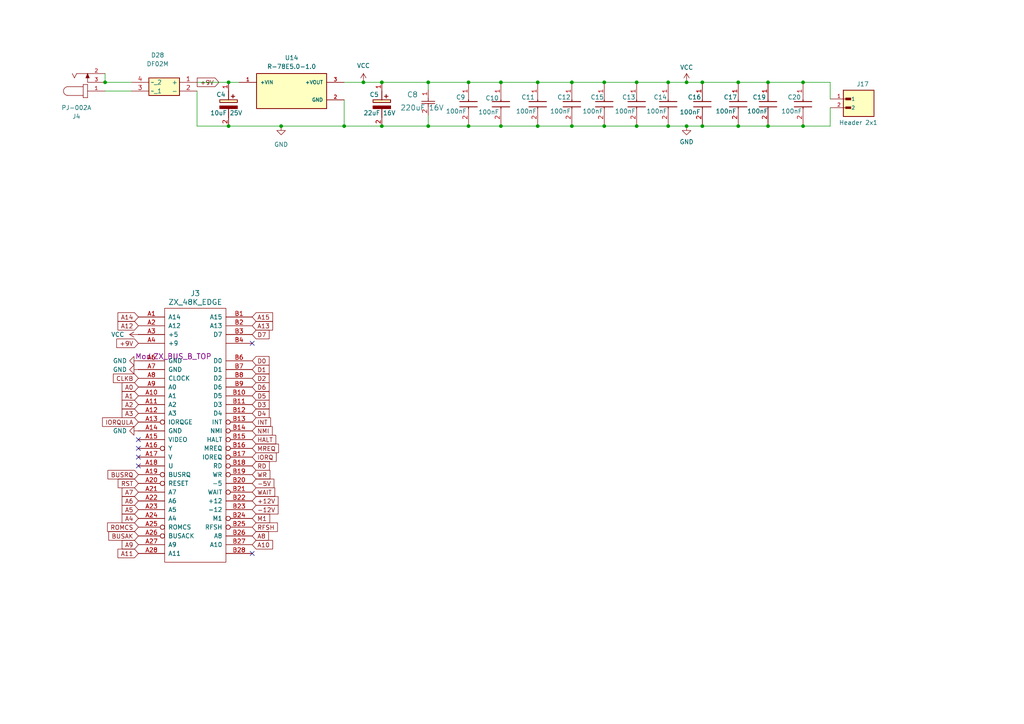
<source format=kicad_sch>
(kicad_sch
	(version 20250114)
	(generator "eeschema")
	(generator_version "9.0")
	(uuid "4c2eae15-e1a0-4dca-8668-ffd450ff105a")
	(paper "A4")
	(lib_symbols
		(symbol "Max128_Issue5:16YXJ220MT16.3X11"
			(pin_names
				(offset 0.254)
			)
			(exclude_from_sim no)
			(in_bom yes)
			(on_board yes)
			(property "Reference" "C"
				(at 3.81 3.81 0)
				(effects
					(font
						(size 1.524 1.524)
					)
				)
			)
			(property "Value" "220uF 16V"
				(at 3.81 -3.81 0)
				(effects
					(font
						(size 1.524 1.524)
					)
				)
			)
			(property "Footprint" "CAP_YX_6P3X11_RUB"
				(at 0 0 0)
				(effects
					(font
						(size 1.27 1.27)
						(italic yes)
					)
					(hide yes)
				)
			)
			(property "Datasheet" "16YXJ220MT16.3X11"
				(at 0 0 0)
				(effects
					(font
						(size 1.27 1.27)
						(italic yes)
					)
					(hide yes)
				)
			)
			(property "Description" ""
				(at 0 0 0)
				(effects
					(font
						(size 1.27 1.27)
					)
					(hide yes)
				)
			)
			(property "ki_locked" ""
				(at 0 0 0)
				(effects
					(font
						(size 1.27 1.27)
					)
				)
			)
			(property "ki_keywords" "16YXJ220MT16.3X11"
				(at 0 0 0)
				(effects
					(font
						(size 1.27 1.27)
					)
					(hide yes)
				)
			)
			(property "ki_fp_filters" "CAP_YX_6P3X11_RUB"
				(at 0 0 0)
				(effects
					(font
						(size 1.27 1.27)
					)
					(hide yes)
				)
			)
			(symbol "16YXJ220MT16.3X11_1_1"
				(polyline
					(pts
						(xy 2.54 0) (xy 3.4798 0)
					)
					(stroke
						(width 0.2032)
						(type default)
					)
					(fill
						(type none)
					)
				)
				(polyline
					(pts
						(xy 3.4798 -1.905) (xy 3.4798 1.905)
					)
					(stroke
						(width 0.2032)
						(type default)
					)
					(fill
						(type none)
					)
				)
				(polyline
					(pts
						(xy 4.1148 0) (xy 5.08 0)
					)
					(stroke
						(width 0.2032)
						(type default)
					)
					(fill
						(type none)
					)
				)
				(polyline
					(pts
						(xy 4.1148 -1.905) (xy 4.1148 1.905)
					)
					(stroke
						(width 0.2032)
						(type default)
					)
					(fill
						(type none)
					)
				)
				(pin unspecified line
					(at 0 0 0)
					(length 2.54)
					(name ""
						(effects
							(font
								(size 1.27 1.27)
							)
						)
					)
					(number "1"
						(effects
							(font
								(size 1.27 1.27)
							)
						)
					)
				)
				(pin unspecified line
					(at 7.62 0 180)
					(length 2.54)
					(name ""
						(effects
							(font
								(size 1.27 1.27)
							)
						)
					)
					(number "2"
						(effects
							(font
								(size 1.27 1.27)
							)
						)
					)
				)
			)
			(symbol "16YXJ220MT16.3X11_1_2"
				(polyline
					(pts
						(xy -1.905 -3.4798) (xy 1.905 -3.4798)
					)
					(stroke
						(width 0.2032)
						(type default)
					)
					(fill
						(type none)
					)
				)
				(polyline
					(pts
						(xy -1.905 -4.1148) (xy 1.905 -4.1148)
					)
					(stroke
						(width 0.2032)
						(type default)
					)
					(fill
						(type none)
					)
				)
				(polyline
					(pts
						(xy 0 -2.54) (xy 0 -3.4798)
					)
					(stroke
						(width 0.2032)
						(type default)
					)
					(fill
						(type none)
					)
				)
				(polyline
					(pts
						(xy 0 -4.1148) (xy 0 -5.08)
					)
					(stroke
						(width 0.2032)
						(type default)
					)
					(fill
						(type none)
					)
				)
				(pin unspecified line
					(at 0 0 270)
					(length 2.54)
					(name ""
						(effects
							(font
								(size 1.27 1.27)
							)
						)
					)
					(number "1"
						(effects
							(font
								(size 1.27 1.27)
							)
						)
					)
				)
				(pin unspecified line
					(at 0 -7.62 90)
					(length 2.54)
					(name ""
						(effects
							(font
								(size 1.27 1.27)
							)
						)
					)
					(number "2"
						(effects
							(font
								(size 1.27 1.27)
							)
						)
					)
				)
			)
			(embedded_fonts no)
		)
		(symbol "Max128_Issue5:DF02M"
			(exclude_from_sim no)
			(in_bom yes)
			(on_board yes)
			(property "Reference" "D"
				(at 7.366 5.334 0)
				(effects
					(font
						(size 1.27 1.27)
					)
					(justify left top)
				)
			)
			(property "Value" "DF02M Bridge Rectifier 1A"
				(at -1.778 3.302 0)
				(effects
					(font
						(size 1.27 1.27)
					)
					(justify left top)
				)
			)
			(property "Footprint" "Mod:DIP825W58P510L832H543Q4N"
				(at 19.05 -94.92 0)
				(effects
					(font
						(size 1.27 1.27)
					)
					(justify left top)
					(hide yes)
				)
			)
			(property "Datasheet" ""
				(at 0 0 0)
				(effects
					(font
						(size 1.27 1.27)
					)
					(hide yes)
				)
			)
			(property "Description" "Bridge Rectifier DF02M 1A"
				(at 0 0 0)
				(effects
					(font
						(size 1.27 1.27)
					)
					(hide yes)
				)
			)
			(symbol "DF02M_1_1"
				(rectangle
					(start 5.08 1.27)
					(end 13.97 -3.81)
					(stroke
						(width 0.254)
						(type default)
					)
					(fill
						(type background)
					)
				)
				(pin passive line
					(at 0 0 0)
					(length 5.08)
					(name "+"
						(effects
							(font
								(size 1.27 1.27)
							)
						)
					)
					(number "1"
						(effects
							(font
								(size 1.27 1.27)
							)
						)
					)
				)
				(pin passive line
					(at 0 -2.54 0)
					(length 5.08)
					(name "-"
						(effects
							(font
								(size 1.27 1.27)
							)
						)
					)
					(number "2"
						(effects
							(font
								(size 1.27 1.27)
							)
						)
					)
				)
				(pin passive line
					(at 19.05 0 180)
					(length 5.08)
					(name "~_2"
						(effects
							(font
								(size 1.27 1.27)
							)
						)
					)
					(number "4"
						(effects
							(font
								(size 1.27 1.27)
							)
						)
					)
				)
				(pin passive line
					(at 19.05 -2.54 180)
					(length 5.08)
					(name "~_1"
						(effects
							(font
								(size 1.27 1.27)
							)
						)
					)
					(number "3"
						(effects
							(font
								(size 1.27 1.27)
							)
						)
					)
				)
			)
			(embedded_fonts no)
		)
		(symbol "Max128_Issue5:ECA-1EM100B"
			(pin_names
				(hide yes)
			)
			(exclude_from_sim no)
			(in_bom yes)
			(on_board yes)
			(property "Reference" "C"
				(at 8.89 6.35 0)
				(effects
					(font
						(size 1.27 1.27)
					)
					(justify left top)
				)
			)
			(property "Value" "ECA-1EM100B"
				(at 8.89 3.81 0)
				(effects
					(font
						(size 1.27 1.27)
					)
					(justify left top)
				)
			)
			(property "Footprint" "CAPPRD200W50D500H1100"
				(at 8.89 -96.19 0)
				(effects
					(font
						(size 1.27 1.27)
					)
					(justify left top)
					(hide yes)
				)
			)
			(property "Datasheet" "https://www.digikey.com/en/datasheets/panasonic-electronic-components/panasonic-electronic-components-ecaxxm-series-type-a"
				(at 8.89 -196.19 0)
				(effects
					(font
						(size 1.27 1.27)
					)
					(justify left top)
					(hide yes)
				)
			)
			(property "Description" "ECA-1EM100B - 10uF Aluminum Electrolytic Capacitors Radial"
				(at 0 0 0)
				(effects
					(font
						(size 1.27 1.27)
					)
					(hide yes)
				)
			)
			(property "Height" "11"
				(at 8.89 -396.19 0)
				(effects
					(font
						(size 1.27 1.27)
					)
					(justify left top)
					(hide yes)
				)
			)
			(property "Mouser Part Number" "667-ECA-1EM100B"
				(at 8.89 -496.19 0)
				(effects
					(font
						(size 1.27 1.27)
					)
					(justify left top)
					(hide yes)
				)
			)
			(property "Mouser Price/Stock" "https://www.mouser.co.uk/ProductDetail/Panasonic/ECA-1EM100B?qs=rMMd5vBiahrNyc2p3snNiw%3D%3D"
				(at 8.89 -596.19 0)
				(effects
					(font
						(size 1.27 1.27)
					)
					(justify left top)
					(hide yes)
				)
			)
			(property "Manufacturer_Name" "Panasonic"
				(at 8.89 -696.19 0)
				(effects
					(font
						(size 1.27 1.27)
					)
					(justify left top)
					(hide yes)
				)
			)
			(property "Manufacturer_Part_Number" "ECA-1EM100B"
				(at 8.89 -796.19 0)
				(effects
					(font
						(size 1.27 1.27)
					)
					(justify left top)
					(hide yes)
				)
			)
			(symbol "ECA-1EM100B_1_1"
				(polyline
					(pts
						(xy 2.54 0) (xy 5.08 0)
					)
					(stroke
						(width 0.254)
						(type default)
					)
					(fill
						(type none)
					)
				)
				(polyline
					(pts
						(xy 4.064 1.778) (xy 4.064 0.762)
					)
					(stroke
						(width 0.254)
						(type default)
					)
					(fill
						(type none)
					)
				)
				(polyline
					(pts
						(xy 4.572 1.27) (xy 3.556 1.27)
					)
					(stroke
						(width 0.254)
						(type default)
					)
					(fill
						(type none)
					)
				)
				(rectangle
					(start 5.08 2.54)
					(end 5.842 -2.54)
					(stroke
						(width 0.254)
						(type default)
					)
					(fill
						(type background)
					)
				)
				(polyline
					(pts
						(xy 7.62 2.54) (xy 7.62 -2.54) (xy 6.858 -2.54) (xy 6.858 2.54) (xy 7.62 2.54)
					)
					(stroke
						(width 0.254)
						(type default)
					)
					(fill
						(type outline)
					)
				)
				(polyline
					(pts
						(xy 7.62 0) (xy 10.16 0)
					)
					(stroke
						(width 0.254)
						(type default)
					)
					(fill
						(type none)
					)
				)
				(pin passive line
					(at 0 0 0)
					(length 2.54)
					(name "+"
						(effects
							(font
								(size 1.27 1.27)
							)
						)
					)
					(number "1"
						(effects
							(font
								(size 1.27 1.27)
							)
						)
					)
				)
				(pin passive line
					(at 12.7 0 180)
					(length 2.54)
					(name "-"
						(effects
							(font
								(size 1.27 1.27)
							)
						)
					)
					(number "2"
						(effects
							(font
								(size 1.27 1.27)
							)
						)
					)
				)
			)
			(embedded_fonts no)
		)
		(symbol "Max128_Issue5:K104Z15Y5VF5TL2"
			(pin_names
				(hide yes)
			)
			(exclude_from_sim no)
			(in_bom yes)
			(on_board yes)
			(property "Reference" "C"
				(at 8.89 6.35 0)
				(effects
					(font
						(size 1.27 1.27)
					)
					(justify left top)
				)
			)
			(property "Value" "K104Z15Y5VF5TL2"
				(at 8.89 3.81 0)
				(effects
					(font
						(size 1.27 1.27)
					)
					(justify left top)
				)
			)
			(property "Footprint" "K104K15X7RF53H5"
				(at 8.89 -96.19 0)
				(effects
					(font
						(size 1.27 1.27)
					)
					(justify left top)
					(hide yes)
				)
			)
			(property "Datasheet" ""
				(at 8.89 -196.19 0)
				(effects
					(font
						(size 1.27 1.27)
					)
					(justify left top)
					(hide yes)
				)
			)
			(property "Description" "Vishay K 100nF Ceramic Multilayer Capacitor, 100 V dc, +85C, Y5V Dielectric, +80 %, -20 %"
				(at 0 0 0)
				(effects
					(font
						(size 1.27 1.27)
					)
					(hide yes)
				)
			)
			(property "Height" ""
				(at 8.89 -396.19 0)
				(effects
					(font
						(size 1.27 1.27)
					)
					(justify left top)
					(hide yes)
				)
			)
			(property "Mouser Part Number" "594-K104Z15Y5VF5TL2"
				(at 8.89 -496.19 0)
				(effects
					(font
						(size 1.27 1.27)
					)
					(justify left top)
					(hide yes)
				)
			)
			(property "Mouser Price/Stock" "https://www.mouser.co.uk/ProductDetail/Vishay-BC-Components/K104Z15Y5VF5TL2?qs=8fb2TFeI5qG%252BXNQE4bq55w%3D%3D"
				(at 8.89 -596.19 0)
				(effects
					(font
						(size 1.27 1.27)
					)
					(justify left top)
					(hide yes)
				)
			)
			(property "Manufacturer_Name" "Vishay"
				(at 8.89 -696.19 0)
				(effects
					(font
						(size 1.27 1.27)
					)
					(justify left top)
					(hide yes)
				)
			)
			(property "Manufacturer_Part_Number" "K104Z15Y5VF5TL2"
				(at 8.89 -796.19 0)
				(effects
					(font
						(size 1.27 1.27)
					)
					(justify left top)
					(hide yes)
				)
			)
			(symbol "K104Z15Y5VF5TL2_1_1"
				(polyline
					(pts
						(xy 5.08 0) (xy 5.588 0)
					)
					(stroke
						(width 0.254)
						(type default)
					)
					(fill
						(type none)
					)
				)
				(polyline
					(pts
						(xy 5.588 2.54) (xy 5.588 -2.54)
					)
					(stroke
						(width 0.254)
						(type default)
					)
					(fill
						(type none)
					)
				)
				(polyline
					(pts
						(xy 7.112 2.54) (xy 7.112 -2.54)
					)
					(stroke
						(width 0.254)
						(type default)
					)
					(fill
						(type none)
					)
				)
				(polyline
					(pts
						(xy 7.112 0) (xy 7.62 0)
					)
					(stroke
						(width 0.254)
						(type default)
					)
					(fill
						(type none)
					)
				)
				(pin passive line
					(at 0 0 0)
					(length 5.08)
					(name "+"
						(effects
							(font
								(size 1.27 1.27)
							)
						)
					)
					(number "1"
						(effects
							(font
								(size 1.27 1.27)
							)
						)
					)
				)
				(pin passive line
					(at 12.7 0 180)
					(length 5.08)
					(name "-"
						(effects
							(font
								(size 1.27 1.27)
							)
						)
					)
					(number "2"
						(effects
							(font
								(size 1.27 1.27)
							)
						)
					)
				)
			)
			(embedded_fonts no)
		)
		(symbol "Max128_Issue5:M20-9990246"
			(pin_names
				(offset 1.016)
			)
			(exclude_from_sim no)
			(in_bom yes)
			(on_board yes)
			(property "Reference" "J"
				(at -5.08 5.842 0)
				(effects
					(font
						(size 1.27 1.27)
					)
					(justify left bottom)
				)
			)
			(property "Value" "M20-9990246"
				(at -5.08 -5.08 0)
				(effects
					(font
						(size 1.27 1.27)
					)
					(justify left bottom)
				)
			)
			(property "Footprint" "M20-9990246:HARWIN_M20-9990246"
				(at 0 0 0)
				(effects
					(font
						(size 1.27 1.27)
					)
					(justify bottom)
					(hide yes)
				)
			)
			(property "Datasheet" ""
				(at 0 0 0)
				(effects
					(font
						(size 1.27 1.27)
					)
					(hide yes)
				)
			)
			(property "Description" ""
				(at 0 0 0)
				(effects
					(font
						(size 1.27 1.27)
					)
					(hide yes)
				)
			)
			(property "PARTREV" "14"
				(at 0 0 0)
				(effects
					(font
						(size 1.27 1.27)
					)
					(justify bottom)
					(hide yes)
				)
			)
			(property "STANDARD" "Manufacturer Recommendations"
				(at 0 0 0)
				(effects
					(font
						(size 1.27 1.27)
					)
					(justify bottom)
					(hide yes)
				)
			)
			(property "MAXIMUM_PACKAGE_HEIGHT" "9.64mm"
				(at 0 0 0)
				(effects
					(font
						(size 1.27 1.27)
					)
					(justify bottom)
					(hide yes)
				)
			)
			(property "MANUFACTURER" "Harwin"
				(at 0 0 0)
				(effects
					(font
						(size 1.27 1.27)
					)
					(justify bottom)
					(hide yes)
				)
			)
			(symbol "M20-9990246_0_0"
				(rectangle
					(start -3.81 -2.54)
					(end 5.08 5.08)
					(stroke
						(width 0.254)
						(type default)
					)
					(fill
						(type background)
					)
				)
				(rectangle
					(start -3.175 2.2225)
					(end -1.5875 2.8575)
					(stroke
						(width 0.1)
						(type default)
					)
					(fill
						(type outline)
					)
				)
				(rectangle
					(start -3.175 -0.3175)
					(end -1.5875 0.3175)
					(stroke
						(width 0.1)
						(type default)
					)
					(fill
						(type outline)
					)
				)
				(pin passive line
					(at -7.62 2.54 0)
					(length 5.08)
					(name "1"
						(effects
							(font
								(size 1.016 1.016)
							)
						)
					)
					(number "1"
						(effects
							(font
								(size 1.016 1.016)
							)
						)
					)
				)
				(pin passive line
					(at -7.62 0 0)
					(length 5.08)
					(name "2"
						(effects
							(font
								(size 1.016 1.016)
							)
						)
					)
					(number "2"
						(effects
							(font
								(size 1.016 1.016)
							)
						)
					)
				)
			)
			(embedded_fonts no)
		)
		(symbol "Max128_Issue5:PJ-002A"
			(pin_names
				(offset 1.016)
			)
			(exclude_from_sim no)
			(in_bom yes)
			(on_board yes)
			(property "Reference" "J"
				(at -7.6212 5.0808 0)
				(effects
					(font
						(size 1.27 1.27)
					)
					(justify left bottom)
				)
			)
			(property "Value" "PJ-002A"
				(at -7.6324 -5.0882 0)
				(effects
					(font
						(size 1.27 1.27)
					)
					(justify left bottom)
				)
			)
			(property "Footprint" "PJ-002A:CUI_PJ-002A"
				(at 0 0 0)
				(effects
					(font
						(size 1.27 1.27)
					)
					(justify bottom)
					(hide yes)
				)
			)
			(property "Datasheet" ""
				(at 0 0 0)
				(effects
					(font
						(size 1.27 1.27)
					)
					(hide yes)
				)
			)
			(property "Description" ""
				(at 0 0 0)
				(effects
					(font
						(size 1.27 1.27)
					)
					(hide yes)
				)
			)
			(property "MANUFACTURER" "CUI INC"
				(at 0 0 0)
				(effects
					(font
						(size 1.27 1.27)
					)
					(justify bottom)
					(hide yes)
				)
			)
			(property "STANDARD" "Manufacturer recommendations"
				(at 0 0 0)
				(effects
					(font
						(size 1.27 1.27)
					)
					(justify bottom)
					(hide yes)
				)
			)
			(symbol "PJ-002A_0_0"
				(polyline
					(pts
						(xy -5.715 3.81) (xy -1.27 3.81)
					)
					(stroke
						(width 0.1524)
						(type default)
					)
					(fill
						(type none)
					)
				)
				(arc
					(start -5.715 1.27)
					(mid -6.9794 2.54)
					(end -5.715 3.81)
					(stroke
						(width 0.1524)
						(type default)
					)
					(fill
						(type none)
					)
				)
				(polyline
					(pts
						(xy -3.81 -1.27) (xy -4.445 -2.54)
					)
					(stroke
						(width 0.1524)
						(type default)
					)
					(fill
						(type none)
					)
				)
				(polyline
					(pts
						(xy -3.175 -2.54) (xy -3.81 -1.27)
					)
					(stroke
						(width 0.1524)
						(type default)
					)
					(fill
						(type none)
					)
				)
				(polyline
					(pts
						(xy -1.27 4.445) (xy -1.27 3.81)
					)
					(stroke
						(width 0.1524)
						(type default)
					)
					(fill
						(type none)
					)
				)
				(polyline
					(pts
						(xy -1.27 3.81) (xy -1.27 1.27)
					)
					(stroke
						(width 0.1524)
						(type default)
					)
					(fill
						(type none)
					)
				)
				(polyline
					(pts
						(xy -1.27 1.27) (xy -5.715 1.27)
					)
					(stroke
						(width 0.1524)
						(type default)
					)
					(fill
						(type none)
					)
				)
				(polyline
					(pts
						(xy -1.27 1.27) (xy -1.27 0.635)
					)
					(stroke
						(width 0.1524)
						(type default)
					)
					(fill
						(type none)
					)
				)
				(polyline
					(pts
						(xy -1.27 0.635) (xy 0 0.635)
					)
					(stroke
						(width 0.1524)
						(type default)
					)
					(fill
						(type none)
					)
				)
				(polyline
					(pts
						(xy 0 4.445) (xy -1.27 4.445)
					)
					(stroke
						(width 0.1524)
						(type default)
					)
					(fill
						(type none)
					)
				)
				(polyline
					(pts
						(xy 0 0.635) (xy 0 4.445)
					)
					(stroke
						(width 0.1524)
						(type default)
					)
					(fill
						(type none)
					)
				)
				(polyline
					(pts
						(xy 0 0) (xy 0 -2.54)
					)
					(stroke
						(width 0.1524)
						(type default)
					)
					(fill
						(type none)
					)
				)
				(polyline
					(pts
						(xy 0 -2.54) (xy -3.175 -2.54)
					)
					(stroke
						(width 0.1524)
						(type default)
					)
					(fill
						(type none)
					)
				)
				(polyline
					(pts
						(xy 0 -2.54) (xy -0.508 -1.27) (xy 0.508 -1.27) (xy 0 -2.54)
					)
					(stroke
						(width 0.1524)
						(type default)
					)
					(fill
						(type outline)
					)
				)
				(pin passive line
					(at 5.08 2.54 180)
					(length 5.08)
					(name "~"
						(effects
							(font
								(size 1.016 1.016)
							)
						)
					)
					(number "1"
						(effects
							(font
								(size 1.016 1.016)
							)
						)
					)
				)
				(pin passive line
					(at 5.08 0 180)
					(length 5.08)
					(name "~"
						(effects
							(font
								(size 1.016 1.016)
							)
						)
					)
					(number "3"
						(effects
							(font
								(size 1.016 1.016)
							)
						)
					)
				)
				(pin passive line
					(at 5.08 -2.54 180)
					(length 5.08)
					(name "~"
						(effects
							(font
								(size 1.016 1.016)
							)
						)
					)
					(number "2"
						(effects
							(font
								(size 1.016 1.016)
							)
						)
					)
				)
			)
			(embedded_fonts no)
		)
		(symbol "Max128_Issue5:R-78E5.0-1.0"
			(pin_names
				(offset 1.016)
			)
			(exclude_from_sim no)
			(in_bom yes)
			(on_board yes)
			(property "Reference" "PS"
				(at -10.1639 6.3579 0)
				(effects
					(font
						(size 1.27 1.27)
					)
					(justify left bottom)
				)
			)
			(property "Value" "R-78E5.0-1.0"
				(at -10.1614 -7.6227 0)
				(effects
					(font
						(size 1.27 1.27)
					)
					(justify left bottom)
				)
			)
			(property "Footprint" "R-78E5.0-1.0:CONV_R-78E5.0-1.0"
				(at 0 0 0)
				(effects
					(font
						(size 1.27 1.27)
					)
					(justify bottom)
					(hide yes)
				)
			)
			(property "Datasheet" ""
				(at 0 0 0)
				(effects
					(font
						(size 1.27 1.27)
					)
					(hide yes)
				)
			)
			(property "Description" ""
				(at 0 0 0)
				(effects
					(font
						(size 1.27 1.27)
					)
					(hide yes)
				)
			)
			(property "PARTREV" "6"
				(at 0 0 0)
				(effects
					(font
						(size 1.27 1.27)
					)
					(justify bottom)
					(hide yes)
				)
			)
			(property "STANDARD" "Manufacturer Recommendations"
				(at 0 0 0)
				(effects
					(font
						(size 1.27 1.27)
					)
					(justify bottom)
					(hide yes)
				)
			)
			(property "MAXIMUM_PACKAGE_HEIGHT" "10.40mm"
				(at 0 0 0)
				(effects
					(font
						(size 1.27 1.27)
					)
					(justify bottom)
					(hide yes)
				)
			)
			(property "MANUFACTURER" "RECOM"
				(at 0 0 0)
				(effects
					(font
						(size 1.27 1.27)
					)
					(justify bottom)
					(hide yes)
				)
			)
			(symbol "R-78E5.0-1.0_0_0"
				(rectangle
					(start -10.16 -5.08)
					(end 10.16 5.08)
					(stroke
						(width 0.254)
						(type default)
					)
					(fill
						(type background)
					)
				)
				(pin input line
					(at -15.24 2.54 0)
					(length 5.08)
					(name "+VIN"
						(effects
							(font
								(size 1.016 1.016)
							)
						)
					)
					(number "1"
						(effects
							(font
								(size 1.016 1.016)
							)
						)
					)
				)
				(pin output line
					(at 15.24 2.54 180)
					(length 5.08)
					(name "+VOUT"
						(effects
							(font
								(size 1.016 1.016)
							)
						)
					)
					(number "3"
						(effects
							(font
								(size 1.016 1.016)
							)
						)
					)
				)
				(pin power_in line
					(at 15.24 -2.54 180)
					(length 5.08)
					(name "GND"
						(effects
							(font
								(size 1.016 1.016)
							)
						)
					)
					(number "2"
						(effects
							(font
								(size 1.016 1.016)
							)
						)
					)
				)
			)
			(embedded_fonts no)
		)
		(symbol "Max128_Issue5:ZX_48K_EDGE"
			(pin_names
				(offset 1.016)
			)
			(exclude_from_sim no)
			(in_bom yes)
			(on_board yes)
			(property "Reference" "J"
				(at -7.62 13.97 0)
				(effects
					(font
						(size 1.524 1.524)
					)
				)
			)
			(property "Value" "ZX_48K_EDGE"
				(at -1.27 -63.5 0)
				(effects
					(font
						(size 1.524 1.524)
					)
				)
			)
			(property "Footprint" "Mod:ZX_Bus_Edge_Connector"
				(at -7.62 -1.27 0)
				(effects
					(font
						(size 1.524 1.524)
					)
				)
			)
			(property "Datasheet" ""
				(at -7.62 -1.27 0)
				(effects
					(font
						(size 1.524 1.524)
					)
				)
			)
			(property "Description" "ZX Spectrum 48K Edge Connector"
				(at 0 0 0)
				(effects
					(font
						(size 1.27 1.27)
					)
					(hide yes)
				)
			)
			(symbol "ZX_48K_EDGE_0_1"
				(rectangle
					(start -10.16 -60.96)
					(end 7.62 12.7)
					(stroke
						(width 0)
						(type default)
					)
					(fill
						(type none)
					)
				)
			)
			(symbol "ZX_48K_EDGE_1_1"
				(pin passive line
					(at -17.78 10.16 0)
					(length 7.62)
					(name "A14"
						(effects
							(font
								(size 1.27 1.27)
							)
						)
					)
					(number "A1"
						(effects
							(font
								(size 1.27 1.27)
							)
						)
					)
				)
				(pin passive line
					(at -17.78 7.62 0)
					(length 7.62)
					(name "A12"
						(effects
							(font
								(size 1.27 1.27)
							)
						)
					)
					(number "A2"
						(effects
							(font
								(size 1.27 1.27)
							)
						)
					)
				)
				(pin passive line
					(at -17.78 5.08 0)
					(length 7.62)
					(name "+5"
						(effects
							(font
								(size 1.27 1.27)
							)
						)
					)
					(number "A3"
						(effects
							(font
								(size 1.27 1.27)
							)
						)
					)
				)
				(pin passive line
					(at -17.78 2.54 0)
					(length 7.62)
					(name "+9"
						(effects
							(font
								(size 1.27 1.27)
							)
						)
					)
					(number "A4"
						(effects
							(font
								(size 1.27 1.27)
							)
						)
					)
				)
				(pin passive line
					(at -17.78 -2.54 0)
					(length 7.62)
					(name "GND"
						(effects
							(font
								(size 1.27 1.27)
							)
						)
					)
					(number "A6"
						(effects
							(font
								(size 1.27 1.27)
							)
						)
					)
				)
				(pin passive line
					(at -17.78 -5.08 0)
					(length 7.62)
					(name "GND"
						(effects
							(font
								(size 1.27 1.27)
							)
						)
					)
					(number "A7"
						(effects
							(font
								(size 1.27 1.27)
							)
						)
					)
				)
				(pin passive line
					(at -17.78 -7.62 0)
					(length 7.62)
					(name "CLOCK"
						(effects
							(font
								(size 1.27 1.27)
							)
						)
					)
					(number "A8"
						(effects
							(font
								(size 1.27 1.27)
							)
						)
					)
				)
				(pin passive line
					(at -17.78 -10.16 0)
					(length 7.62)
					(name "A0"
						(effects
							(font
								(size 1.27 1.27)
							)
						)
					)
					(number "A9"
						(effects
							(font
								(size 1.27 1.27)
							)
						)
					)
				)
				(pin passive line
					(at -17.78 -12.7 0)
					(length 7.62)
					(name "A1"
						(effects
							(font
								(size 1.27 1.27)
							)
						)
					)
					(number "A10"
						(effects
							(font
								(size 1.27 1.27)
							)
						)
					)
				)
				(pin passive line
					(at -17.78 -15.24 0)
					(length 7.62)
					(name "A2"
						(effects
							(font
								(size 1.27 1.27)
							)
						)
					)
					(number "A11"
						(effects
							(font
								(size 1.27 1.27)
							)
						)
					)
				)
				(pin passive line
					(at -17.78 -17.78 0)
					(length 7.62)
					(name "A3"
						(effects
							(font
								(size 1.27 1.27)
							)
						)
					)
					(number "A12"
						(effects
							(font
								(size 1.27 1.27)
							)
						)
					)
				)
				(pin passive inverted
					(at -17.78 -20.32 0)
					(length 7.62)
					(name "IORQGE"
						(effects
							(font
								(size 1.27 1.27)
							)
						)
					)
					(number "A13"
						(effects
							(font
								(size 1.27 1.27)
							)
						)
					)
				)
				(pin passive line
					(at -17.78 -22.86 0)
					(length 7.62)
					(name "GND"
						(effects
							(font
								(size 1.27 1.27)
							)
						)
					)
					(number "A14"
						(effects
							(font
								(size 1.27 1.27)
							)
						)
					)
				)
				(pin passive line
					(at -17.78 -25.4 0)
					(length 7.62)
					(name "VIDEO"
						(effects
							(font
								(size 1.27 1.27)
							)
						)
					)
					(number "A15"
						(effects
							(font
								(size 1.27 1.27)
							)
						)
					)
				)
				(pin passive inverted
					(at -17.78 -27.94 0)
					(length 7.62)
					(name "Y"
						(effects
							(font
								(size 1.27 1.27)
							)
						)
					)
					(number "A16"
						(effects
							(font
								(size 1.27 1.27)
							)
						)
					)
				)
				(pin passive line
					(at -17.78 -30.48 0)
					(length 7.62)
					(name "V"
						(effects
							(font
								(size 1.27 1.27)
							)
						)
					)
					(number "A17"
						(effects
							(font
								(size 1.27 1.27)
							)
						)
					)
				)
				(pin passive line
					(at -17.78 -33.02 0)
					(length 7.62)
					(name "U"
						(effects
							(font
								(size 1.27 1.27)
							)
						)
					)
					(number "A18"
						(effects
							(font
								(size 1.27 1.27)
							)
						)
					)
				)
				(pin passive inverted
					(at -17.78 -35.56 0)
					(length 7.62)
					(name "BUSRQ"
						(effects
							(font
								(size 1.27 1.27)
							)
						)
					)
					(number "A19"
						(effects
							(font
								(size 1.27 1.27)
							)
						)
					)
				)
				(pin passive inverted
					(at -17.78 -38.1 0)
					(length 7.62)
					(name "RESET"
						(effects
							(font
								(size 1.27 1.27)
							)
						)
					)
					(number "A20"
						(effects
							(font
								(size 1.27 1.27)
							)
						)
					)
				)
				(pin passive line
					(at -17.78 -40.64 0)
					(length 7.62)
					(name "A7"
						(effects
							(font
								(size 1.27 1.27)
							)
						)
					)
					(number "A21"
						(effects
							(font
								(size 1.27 1.27)
							)
						)
					)
				)
				(pin passive line
					(at -17.78 -43.18 0)
					(length 7.62)
					(name "A6"
						(effects
							(font
								(size 1.27 1.27)
							)
						)
					)
					(number "A22"
						(effects
							(font
								(size 1.27 1.27)
							)
						)
					)
				)
				(pin passive line
					(at -17.78 -45.72 0)
					(length 7.62)
					(name "A5"
						(effects
							(font
								(size 1.27 1.27)
							)
						)
					)
					(number "A23"
						(effects
							(font
								(size 1.27 1.27)
							)
						)
					)
				)
				(pin passive line
					(at -17.78 -48.26 0)
					(length 7.62)
					(name "A4"
						(effects
							(font
								(size 1.27 1.27)
							)
						)
					)
					(number "A24"
						(effects
							(font
								(size 1.27 1.27)
							)
						)
					)
				)
				(pin passive inverted
					(at -17.78 -50.8 0)
					(length 7.62)
					(name "ROMCS"
						(effects
							(font
								(size 1.27 1.27)
							)
						)
					)
					(number "A25"
						(effects
							(font
								(size 1.27 1.27)
							)
						)
					)
				)
				(pin passive inverted
					(at -17.78 -53.34 0)
					(length 7.62)
					(name "BUSACK"
						(effects
							(font
								(size 1.27 1.27)
							)
						)
					)
					(number "A26"
						(effects
							(font
								(size 1.27 1.27)
							)
						)
					)
				)
				(pin passive line
					(at -17.78 -55.88 0)
					(length 7.62)
					(name "A9"
						(effects
							(font
								(size 1.27 1.27)
							)
						)
					)
					(number "A27"
						(effects
							(font
								(size 1.27 1.27)
							)
						)
					)
				)
				(pin passive line
					(at -17.78 -58.42 0)
					(length 7.62)
					(name "A11"
						(effects
							(font
								(size 1.27 1.27)
							)
						)
					)
					(number "A28"
						(effects
							(font
								(size 1.27 1.27)
							)
						)
					)
				)
				(pin passive line
					(at 15.24 10.16 180)
					(length 7.62)
					(name "A15"
						(effects
							(font
								(size 1.27 1.27)
							)
						)
					)
					(number "B1"
						(effects
							(font
								(size 1.27 1.27)
							)
						)
					)
				)
				(pin passive line
					(at 15.24 7.62 180)
					(length 7.62)
					(name "A13"
						(effects
							(font
								(size 1.27 1.27)
							)
						)
					)
					(number "B2"
						(effects
							(font
								(size 1.27 1.27)
							)
						)
					)
				)
				(pin passive line
					(at 15.24 5.08 180)
					(length 7.62)
					(name "D7"
						(effects
							(font
								(size 1.27 1.27)
							)
						)
					)
					(number "B3"
						(effects
							(font
								(size 1.27 1.27)
							)
						)
					)
				)
				(pin passive line
					(at 15.24 2.54 180)
					(length 7.62)
					(name "~"
						(effects
							(font
								(size 1.27 1.27)
							)
						)
					)
					(number "B4"
						(effects
							(font
								(size 1.27 1.27)
							)
						)
					)
				)
				(pin passive line
					(at 15.24 -2.54 180)
					(length 7.62)
					(name "D0"
						(effects
							(font
								(size 1.27 1.27)
							)
						)
					)
					(number "B6"
						(effects
							(font
								(size 1.27 1.27)
							)
						)
					)
				)
				(pin passive line
					(at 15.24 -5.08 180)
					(length 7.62)
					(name "D1"
						(effects
							(font
								(size 1.27 1.27)
							)
						)
					)
					(number "B7"
						(effects
							(font
								(size 1.27 1.27)
							)
						)
					)
				)
				(pin passive line
					(at 15.24 -7.62 180)
					(length 7.62)
					(name "D2"
						(effects
							(font
								(size 1.27 1.27)
							)
						)
					)
					(number "B8"
						(effects
							(font
								(size 1.27 1.27)
							)
						)
					)
				)
				(pin passive line
					(at 15.24 -10.16 180)
					(length 7.62)
					(name "D6"
						(effects
							(font
								(size 1.27 1.27)
							)
						)
					)
					(number "B9"
						(effects
							(font
								(size 1.27 1.27)
							)
						)
					)
				)
				(pin passive line
					(at 15.24 -12.7 180)
					(length 7.62)
					(name "D5"
						(effects
							(font
								(size 1.27 1.27)
							)
						)
					)
					(number "B10"
						(effects
							(font
								(size 1.27 1.27)
							)
						)
					)
				)
				(pin passive line
					(at 15.24 -15.24 180)
					(length 7.62)
					(name "D3"
						(effects
							(font
								(size 1.27 1.27)
							)
						)
					)
					(number "B11"
						(effects
							(font
								(size 1.27 1.27)
							)
						)
					)
				)
				(pin passive line
					(at 15.24 -17.78 180)
					(length 7.62)
					(name "D4"
						(effects
							(font
								(size 1.27 1.27)
							)
						)
					)
					(number "B12"
						(effects
							(font
								(size 1.27 1.27)
							)
						)
					)
				)
				(pin passive inverted
					(at 15.24 -20.32 180)
					(length 7.62)
					(name "INT"
						(effects
							(font
								(size 1.27 1.27)
							)
						)
					)
					(number "B13"
						(effects
							(font
								(size 1.27 1.27)
							)
						)
					)
				)
				(pin passive inverted
					(at 15.24 -22.86 180)
					(length 7.62)
					(name "NMI"
						(effects
							(font
								(size 1.27 1.27)
							)
						)
					)
					(number "B14"
						(effects
							(font
								(size 1.27 1.27)
							)
						)
					)
				)
				(pin passive inverted
					(at 15.24 -25.4 180)
					(length 7.62)
					(name "HALT"
						(effects
							(font
								(size 1.27 1.27)
							)
						)
					)
					(number "B15"
						(effects
							(font
								(size 1.27 1.27)
							)
						)
					)
				)
				(pin passive inverted
					(at 15.24 -27.94 180)
					(length 7.62)
					(name "MREQ"
						(effects
							(font
								(size 1.27 1.27)
							)
						)
					)
					(number "B16"
						(effects
							(font
								(size 1.27 1.27)
							)
						)
					)
				)
				(pin passive inverted
					(at 15.24 -30.48 180)
					(length 7.62)
					(name "IOREQ"
						(effects
							(font
								(size 1.27 1.27)
							)
						)
					)
					(number "B17"
						(effects
							(font
								(size 1.27 1.27)
							)
						)
					)
				)
				(pin passive inverted
					(at 15.24 -33.02 180)
					(length 7.62)
					(name "RD"
						(effects
							(font
								(size 1.27 1.27)
							)
						)
					)
					(number "B18"
						(effects
							(font
								(size 1.27 1.27)
							)
						)
					)
				)
				(pin passive inverted
					(at 15.24 -35.56 180)
					(length 7.62)
					(name "WR"
						(effects
							(font
								(size 1.27 1.27)
							)
						)
					)
					(number "B19"
						(effects
							(font
								(size 1.27 1.27)
							)
						)
					)
				)
				(pin passive line
					(at 15.24 -38.1 180)
					(length 7.62)
					(name "-5"
						(effects
							(font
								(size 1.27 1.27)
							)
						)
					)
					(number "B20"
						(effects
							(font
								(size 1.27 1.27)
							)
						)
					)
				)
				(pin passive inverted
					(at 15.24 -40.64 180)
					(length 7.62)
					(name "WAIT"
						(effects
							(font
								(size 1.27 1.27)
							)
						)
					)
					(number "B21"
						(effects
							(font
								(size 1.27 1.27)
							)
						)
					)
				)
				(pin passive line
					(at 15.24 -43.18 180)
					(length 7.62)
					(name "+12"
						(effects
							(font
								(size 1.27 1.27)
							)
						)
					)
					(number "B22"
						(effects
							(font
								(size 1.27 1.27)
							)
						)
					)
				)
				(pin passive line
					(at 15.24 -45.72 180)
					(length 7.62)
					(name "-12"
						(effects
							(font
								(size 1.27 1.27)
							)
						)
					)
					(number "B23"
						(effects
							(font
								(size 1.27 1.27)
							)
						)
					)
				)
				(pin passive inverted
					(at 15.24 -48.26 180)
					(length 7.62)
					(name "M1"
						(effects
							(font
								(size 1.27 1.27)
							)
						)
					)
					(number "B24"
						(effects
							(font
								(size 1.27 1.27)
							)
						)
					)
				)
				(pin passive inverted
					(at 15.24 -50.8 180)
					(length 7.62)
					(name "RFSH"
						(effects
							(font
								(size 1.27 1.27)
							)
						)
					)
					(number "B25"
						(effects
							(font
								(size 1.27 1.27)
							)
						)
					)
				)
				(pin passive line
					(at 15.24 -53.34 180)
					(length 7.62)
					(name "A8"
						(effects
							(font
								(size 1.27 1.27)
							)
						)
					)
					(number "B26"
						(effects
							(font
								(size 1.27 1.27)
							)
						)
					)
				)
				(pin passive line
					(at 15.24 -55.88 180)
					(length 7.62)
					(name "A10"
						(effects
							(font
								(size 1.27 1.27)
							)
						)
					)
					(number "B27"
						(effects
							(font
								(size 1.27 1.27)
							)
						)
					)
				)
				(pin passive line
					(at 15.24 -58.42 180)
					(length 7.62)
					(name "~"
						(effects
							(font
								(size 1.27 1.27)
							)
						)
					)
					(number "B28"
						(effects
							(font
								(size 1.27 1.27)
							)
						)
					)
				)
			)
			(embedded_fonts no)
		)
		(symbol "power:GND"
			(power)
			(pin_numbers
				(hide yes)
			)
			(pin_names
				(offset 0)
				(hide yes)
			)
			(exclude_from_sim no)
			(in_bom yes)
			(on_board yes)
			(property "Reference" "#PWR"
				(at 0 -6.35 0)
				(effects
					(font
						(size 1.27 1.27)
					)
					(hide yes)
				)
			)
			(property "Value" "GND"
				(at 0 -3.81 0)
				(effects
					(font
						(size 1.27 1.27)
					)
				)
			)
			(property "Footprint" ""
				(at 0 0 0)
				(effects
					(font
						(size 1.27 1.27)
					)
					(hide yes)
				)
			)
			(property "Datasheet" ""
				(at 0 0 0)
				(effects
					(font
						(size 1.27 1.27)
					)
					(hide yes)
				)
			)
			(property "Description" "Power symbol creates a global label with name \"GND\" , ground"
				(at 0 0 0)
				(effects
					(font
						(size 1.27 1.27)
					)
					(hide yes)
				)
			)
			(property "ki_keywords" "global power"
				(at 0 0 0)
				(effects
					(font
						(size 1.27 1.27)
					)
					(hide yes)
				)
			)
			(symbol "GND_0_1"
				(polyline
					(pts
						(xy 0 0) (xy 0 -1.27) (xy 1.27 -1.27) (xy 0 -2.54) (xy -1.27 -1.27) (xy 0 -1.27)
					)
					(stroke
						(width 0)
						(type default)
					)
					(fill
						(type none)
					)
				)
			)
			(symbol "GND_1_1"
				(pin power_in line
					(at 0 0 270)
					(length 0)
					(name "~"
						(effects
							(font
								(size 1.27 1.27)
							)
						)
					)
					(number "1"
						(effects
							(font
								(size 1.27 1.27)
							)
						)
					)
				)
			)
			(embedded_fonts no)
		)
		(symbol "power:VCC"
			(power)
			(pin_numbers
				(hide yes)
			)
			(pin_names
				(offset 0)
				(hide yes)
			)
			(exclude_from_sim no)
			(in_bom yes)
			(on_board yes)
			(property "Reference" "#PWR"
				(at 0 -3.81 0)
				(effects
					(font
						(size 1.27 1.27)
					)
					(hide yes)
				)
			)
			(property "Value" "VCC"
				(at 0 3.556 0)
				(effects
					(font
						(size 1.27 1.27)
					)
				)
			)
			(property "Footprint" ""
				(at 0 0 0)
				(effects
					(font
						(size 1.27 1.27)
					)
					(hide yes)
				)
			)
			(property "Datasheet" ""
				(at 0 0 0)
				(effects
					(font
						(size 1.27 1.27)
					)
					(hide yes)
				)
			)
			(property "Description" "Power symbol creates a global label with name \"VCC\""
				(at 0 0 0)
				(effects
					(font
						(size 1.27 1.27)
					)
					(hide yes)
				)
			)
			(property "ki_keywords" "global power"
				(at 0 0 0)
				(effects
					(font
						(size 1.27 1.27)
					)
					(hide yes)
				)
			)
			(symbol "VCC_0_1"
				(polyline
					(pts
						(xy -0.762 1.27) (xy 0 2.54)
					)
					(stroke
						(width 0)
						(type default)
					)
					(fill
						(type none)
					)
				)
				(polyline
					(pts
						(xy 0 2.54) (xy 0.762 1.27)
					)
					(stroke
						(width 0)
						(type default)
					)
					(fill
						(type none)
					)
				)
				(polyline
					(pts
						(xy 0 0) (xy 0 2.54)
					)
					(stroke
						(width 0)
						(type default)
					)
					(fill
						(type none)
					)
				)
			)
			(symbol "VCC_1_1"
				(pin power_in line
					(at 0 0 90)
					(length 0)
					(name "~"
						(effects
							(font
								(size 1.27 1.27)
							)
						)
					)
					(number "1"
						(effects
							(font
								(size 1.27 1.27)
							)
						)
					)
				)
			)
			(embedded_fonts no)
		)
	)
	(junction
		(at 155.956 36.576)
		(diameter 0)
		(color 0 0 0 0)
		(uuid "02375c63-9b3d-414d-9b85-b1800a48aa82")
	)
	(junction
		(at 145.288 36.576)
		(diameter 0)
		(color 0 0 0 0)
		(uuid "09eece05-25ca-4e7e-b0ab-d7d5b000d46c")
	)
	(junction
		(at 155.956 23.876)
		(diameter 0)
		(color 0 0 0 0)
		(uuid "0a7ac741-f3f9-445e-8e03-01a194fbc05e")
	)
	(junction
		(at 199.136 23.876)
		(diameter 0)
		(color 0 0 0 0)
		(uuid "1a13b512-0b8f-4587-bc07-66b0dedea4ce")
	)
	(junction
		(at 199.136 36.576)
		(diameter 0)
		(color 0 0 0 0)
		(uuid "1d434f08-f3ca-45df-b247-d9b96bd2d117")
	)
	(junction
		(at 184.658 36.576)
		(diameter 0)
		(color 0 0 0 0)
		(uuid "234cc7fd-8e18-4363-927a-50208b3c558a")
	)
	(junction
		(at 203.708 36.576)
		(diameter 0)
		(color 0 0 0 0)
		(uuid "306671bc-f131-4297-8bb3-db9025fbfae1")
	)
	(junction
		(at 232.918 36.576)
		(diameter 0)
		(color 0 0 0 0)
		(uuid "30e15257-b9fa-4db3-b1d1-719f3ae3e63a")
	)
	(junction
		(at 30.48 23.876)
		(diameter 0)
		(color 0 0 0 0)
		(uuid "3b283b57-d8b0-4f6a-9842-4a74791bbc7c")
	)
	(junction
		(at 222.758 36.576)
		(diameter 0)
		(color 0 0 0 0)
		(uuid "3d1db164-bc73-4eec-8f69-bb46edbbd2af")
	)
	(junction
		(at 66.294 23.876)
		(diameter 0)
		(color 0 0 0 0)
		(uuid "4a885b85-f2e1-4e91-9371-45887ef4a3e8")
	)
	(junction
		(at 124.206 36.576)
		(diameter 0)
		(color 0 0 0 0)
		(uuid "4ce993b5-9338-4c67-a4b5-b2c1de06cc5a")
	)
	(junction
		(at 145.288 23.876)
		(diameter 0)
		(color 0 0 0 0)
		(uuid "6681a322-c2ec-4cd9-8df6-a26564ea4274")
	)
	(junction
		(at 222.758 23.876)
		(diameter 0)
		(color 0 0 0 0)
		(uuid "6dcd05bc-6c63-4698-9db1-e54e19303f14")
	)
	(junction
		(at 203.708 23.876)
		(diameter 0)
		(color 0 0 0 0)
		(uuid "7057ee75-38b3-4cc1-b66e-8c39bc1e0f8d")
	)
	(junction
		(at 165.862 23.876)
		(diameter 0)
		(color 0 0 0 0)
		(uuid "83cb9aeb-8506-483d-8e3e-ecc74d0b1c00")
	)
	(junction
		(at 105.41 23.876)
		(diameter 0)
		(color 0 0 0 0)
		(uuid "8452af70-7662-4244-8747-7a3401d1393d")
	)
	(junction
		(at 165.862 36.576)
		(diameter 0)
		(color 0 0 0 0)
		(uuid "941fb9a3-9bd7-489b-96df-83a992a211f9")
	)
	(junction
		(at 66.294 36.576)
		(diameter 0)
		(color 0 0 0 0)
		(uuid "a2e896b8-feb0-4ded-8627-869284ec9821")
	)
	(junction
		(at 214.122 36.576)
		(diameter 0)
		(color 0 0 0 0)
		(uuid "aaddeb6f-0823-4bed-9b28-277cbe40b42d")
	)
	(junction
		(at 232.918 23.876)
		(diameter 0)
		(color 0 0 0 0)
		(uuid "af9a77e8-eb1e-406d-9e89-ceda613d5ec7")
	)
	(junction
		(at 135.89 23.876)
		(diameter 0)
		(color 0 0 0 0)
		(uuid "b0d6cf0b-99da-4e38-a217-7f67d7791456")
	)
	(junction
		(at 184.658 23.876)
		(diameter 0)
		(color 0 0 0 0)
		(uuid "c0dff491-000b-442d-bb3d-8b4214d4c04a")
	)
	(junction
		(at 110.744 23.876)
		(diameter 0)
		(color 0 0 0 0)
		(uuid "c3d33f85-21e6-46cf-bcdd-252f6f00a509")
	)
	(junction
		(at 193.802 23.876)
		(diameter 0)
		(color 0 0 0 0)
		(uuid "d42f8afa-c0a6-4c90-89c8-0296c4db5902")
	)
	(junction
		(at 124.206 23.876)
		(diameter 0)
		(color 0 0 0 0)
		(uuid "d77293e3-c95c-4d95-8766-8a3d20659f43")
	)
	(junction
		(at 175.26 23.876)
		(diameter 0)
		(color 0 0 0 0)
		(uuid "dd261535-6fa3-4c21-8354-32b0a4966375")
	)
	(junction
		(at 81.534 36.576)
		(diameter 0)
		(color 0 0 0 0)
		(uuid "dee44e18-c9a7-47b9-a831-3ca0a554ca71")
	)
	(junction
		(at 110.744 36.576)
		(diameter 0)
		(color 0 0 0 0)
		(uuid "e0634040-72c5-4c40-8e5f-ba1b6f81d21f")
	)
	(junction
		(at 193.802 36.576)
		(diameter 0)
		(color 0 0 0 0)
		(uuid "e33da0df-8e71-46c3-8e25-0f79f6c061e3")
	)
	(junction
		(at 99.822 36.576)
		(diameter 0)
		(color 0 0 0 0)
		(uuid "eaae056f-882d-451a-ad64-0c69aff4fb11")
	)
	(junction
		(at 135.89 36.576)
		(diameter 0)
		(color 0 0 0 0)
		(uuid "ed5198bc-14a0-446f-bd46-064ae45492c1")
	)
	(junction
		(at 214.122 23.876)
		(diameter 0)
		(color 0 0 0 0)
		(uuid "f763059e-5a63-4bc8-b4b7-73e7b8f46e50")
	)
	(junction
		(at 175.26 36.576)
		(diameter 0)
		(color 0 0 0 0)
		(uuid "fc1d9cdd-b811-499d-b495-1bdd26e6bc16")
	)
	(no_connect
		(at 40.132 130.048)
		(uuid "1a3e5781-866c-4ec3-93af-47188d7952e6")
	)
	(no_connect
		(at 40.132 135.128)
		(uuid "1b14cec0-b583-4cd3-b7d4-93f95d1c793f")
	)
	(no_connect
		(at 40.132 127.508)
		(uuid "2e4539d7-797e-4c8f-8baa-89b96ccf81ef")
	)
	(no_connect
		(at 73.152 99.568)
		(uuid "96e3cc04-da52-4509-822a-9c4e09d306b4")
	)
	(no_connect
		(at 73.152 160.528)
		(uuid "a596587c-17c2-4e8e-ab03-12d96f424ec7")
	)
	(no_connect
		(at 40.132 132.588)
		(uuid "cc0bfd23-54ab-4175-996d-6388da4d2b4a")
	)
	(wire
		(pts
			(xy 105.41 23.876) (xy 110.744 23.876)
		)
		(stroke
			(width 0)
			(type default)
		)
		(uuid "05691c94-5bd7-4ec0-a280-76329fcbc25b")
	)
	(wire
		(pts
			(xy 99.822 23.876) (xy 105.41 23.876)
		)
		(stroke
			(width 0)
			(type default)
		)
		(uuid "097a3f4e-54c0-4577-968e-db4166f375c5")
	)
	(wire
		(pts
			(xy 240.792 23.876) (xy 232.918 23.876)
		)
		(stroke
			(width 0)
			(type default)
		)
		(uuid "0f45e503-1d21-4a6f-92f2-2e947bc010aa")
	)
	(wire
		(pts
			(xy 81.534 36.576) (xy 66.294 36.576)
		)
		(stroke
			(width 0)
			(type default)
		)
		(uuid "177c75d5-8e3c-4281-955c-16bdefe19b28")
	)
	(wire
		(pts
			(xy 110.744 23.876) (xy 124.206 23.876)
		)
		(stroke
			(width 0)
			(type default)
		)
		(uuid "19c06f5e-5ec8-491d-ade6-c0f8650ed22c")
	)
	(wire
		(pts
			(xy 110.744 36.576) (xy 124.206 36.576)
		)
		(stroke
			(width 0)
			(type default)
		)
		(uuid "2178f620-e3a8-4476-b2d8-748f0c930a84")
	)
	(wire
		(pts
			(xy 165.862 36.576) (xy 175.26 36.576)
		)
		(stroke
			(width 0)
			(type default)
		)
		(uuid "2440909e-d0fb-48eb-bb9a-2d7aeb052980")
	)
	(wire
		(pts
			(xy 165.862 23.876) (xy 175.26 23.876)
		)
		(stroke
			(width 0)
			(type default)
		)
		(uuid "31cbc6ca-eac4-4c44-b4b2-062fb57a3a3a")
	)
	(wire
		(pts
			(xy 30.48 26.416) (xy 38.1 26.416)
		)
		(stroke
			(width 0)
			(type default)
		)
		(uuid "3225fc96-3e07-41d6-a6d6-36932e7da955")
	)
	(wire
		(pts
			(xy 193.802 23.876) (xy 199.136 23.876)
		)
		(stroke
			(width 0)
			(type default)
		)
		(uuid "3c74c62f-db9b-4982-8750-d9b973df68f7")
	)
	(wire
		(pts
			(xy 99.822 28.956) (xy 99.822 36.576)
		)
		(stroke
			(width 0)
			(type default)
		)
		(uuid "42b595fa-299f-423b-84c5-543a41f55c08")
	)
	(wire
		(pts
			(xy 199.136 23.876) (xy 203.708 23.876)
		)
		(stroke
			(width 0)
			(type default)
		)
		(uuid "4a11d204-03dd-4af6-9b6e-f898e8606df9")
	)
	(wire
		(pts
			(xy 240.792 36.576) (xy 232.918 36.576)
		)
		(stroke
			(width 0)
			(type default)
		)
		(uuid "4cbb5238-05a1-4df7-be9b-596c2bcb7c74")
	)
	(wire
		(pts
			(xy 57.15 23.876) (xy 66.294 23.876)
		)
		(stroke
			(width 0)
			(type default)
		)
		(uuid "58796b66-efd8-47ab-8426-a30bfd945836")
	)
	(wire
		(pts
			(xy 155.956 23.876) (xy 165.862 23.876)
		)
		(stroke
			(width 0)
			(type default)
		)
		(uuid "5ae4d3e0-293d-4a7e-93d5-2fae5e29a57b")
	)
	(wire
		(pts
			(xy 66.294 23.876) (xy 69.342 23.876)
		)
		(stroke
			(width 0)
			(type default)
		)
		(uuid "5d2bf73c-ee17-4715-93f5-1c9eef620004")
	)
	(wire
		(pts
			(xy 57.15 36.576) (xy 66.294 36.576)
		)
		(stroke
			(width 0)
			(type default)
		)
		(uuid "6e1421af-26f8-4b02-8897-b9193f2aa93e")
	)
	(wire
		(pts
			(xy 232.918 23.876) (xy 222.758 23.876)
		)
		(stroke
			(width 0)
			(type default)
		)
		(uuid "7306ee3d-0cee-4465-8ffe-547551cab4a6")
	)
	(wire
		(pts
			(xy 203.708 36.576) (xy 214.122 36.576)
		)
		(stroke
			(width 0)
			(type default)
		)
		(uuid "74f6fea0-73e5-4068-8a6d-5bdaf1f5ef64")
	)
	(wire
		(pts
			(xy 99.822 36.576) (xy 110.744 36.576)
		)
		(stroke
			(width 0)
			(type default)
		)
		(uuid "77f894e3-3c8a-4a12-a115-253116e5d42c")
	)
	(wire
		(pts
			(xy 184.658 23.876) (xy 193.802 23.876)
		)
		(stroke
			(width 0)
			(type default)
		)
		(uuid "8741ad0a-8ea4-40fb-bba2-364b0ded64cd")
	)
	(wire
		(pts
			(xy 214.122 36.576) (xy 222.758 36.576)
		)
		(stroke
			(width 0)
			(type default)
		)
		(uuid "8e83bceb-0917-462c-b2fe-11bf92d6f86e")
	)
	(wire
		(pts
			(xy 184.658 36.576) (xy 193.802 36.576)
		)
		(stroke
			(width 0)
			(type default)
		)
		(uuid "9b7aa6d5-9825-4e97-b8b5-ffbe98d21139")
	)
	(wire
		(pts
			(xy 30.48 23.876) (xy 38.1 23.876)
		)
		(stroke
			(width 0)
			(type default)
		)
		(uuid "9d4b2340-45db-4f6b-bf73-662293263044")
	)
	(wire
		(pts
			(xy 240.792 28.702) (xy 240.792 23.876)
		)
		(stroke
			(width 0)
			(type default)
		)
		(uuid "9ff93d23-e232-42b9-9d7f-20f565d75f07")
	)
	(wire
		(pts
			(xy 175.26 36.576) (xy 184.658 36.576)
		)
		(stroke
			(width 0)
			(type default)
		)
		(uuid "a0184c21-9293-4988-936e-32dc43e0e648")
	)
	(wire
		(pts
			(xy 145.288 36.576) (xy 155.956 36.576)
		)
		(stroke
			(width 0)
			(type default)
		)
		(uuid "acb3939b-2c45-4d4e-ae4e-793e80dc51ba")
	)
	(wire
		(pts
			(xy 124.206 33.528) (xy 124.206 36.576)
		)
		(stroke
			(width 0)
			(type default)
		)
		(uuid "b2911fac-0d61-4197-b9d1-efee0a724f92")
	)
	(wire
		(pts
			(xy 124.206 25.908) (xy 124.206 23.876)
		)
		(stroke
			(width 0)
			(type default)
		)
		(uuid "b3eae38a-cdeb-4a5d-822b-599dde465ada")
	)
	(wire
		(pts
			(xy 222.758 36.576) (xy 232.918 36.576)
		)
		(stroke
			(width 0)
			(type default)
		)
		(uuid "b60e7c08-6688-421d-94da-e97997bc8223")
	)
	(wire
		(pts
			(xy 155.956 23.876) (xy 145.288 23.876)
		)
		(stroke
			(width 0)
			(type default)
		)
		(uuid "b773fb5c-aac6-4f98-b08b-b6d6ae4daed0")
	)
	(wire
		(pts
			(xy 193.802 36.576) (xy 199.136 36.576)
		)
		(stroke
			(width 0)
			(type default)
		)
		(uuid "b8cc4659-f410-452a-8e73-4be4b1bfe32f")
	)
	(wire
		(pts
			(xy 124.206 23.876) (xy 135.89 23.876)
		)
		(stroke
			(width 0)
			(type default)
		)
		(uuid "bbbc11fd-5ed4-4699-8b54-c140e613c339")
	)
	(wire
		(pts
			(xy 30.48 21.336) (xy 30.48 23.876)
		)
		(stroke
			(width 0)
			(type default)
		)
		(uuid "c497238f-cbee-44ef-a5f8-63925da465bf")
	)
	(wire
		(pts
			(xy 135.89 36.576) (xy 145.288 36.576)
		)
		(stroke
			(width 0)
			(type default)
		)
		(uuid "c54b45b8-b825-42d5-8665-0b62f65b9de6")
	)
	(wire
		(pts
			(xy 240.792 31.242) (xy 240.792 36.576)
		)
		(stroke
			(width 0)
			(type default)
		)
		(uuid "c9591525-5757-4187-8778-4bc59c2d4d89")
	)
	(wire
		(pts
			(xy 203.708 23.876) (xy 214.122 23.876)
		)
		(stroke
			(width 0)
			(type default)
		)
		(uuid "d497b74f-7585-4ab3-8ba1-b581143ffd27")
	)
	(wire
		(pts
			(xy 175.26 23.876) (xy 184.658 23.876)
		)
		(stroke
			(width 0)
			(type default)
		)
		(uuid "da2a4879-5d74-4b85-ab6b-506603e7a0e0")
	)
	(wire
		(pts
			(xy 214.122 23.876) (xy 222.758 23.876)
		)
		(stroke
			(width 0)
			(type default)
		)
		(uuid "db99420a-00d8-4533-948a-e2dc96887f22")
	)
	(wire
		(pts
			(xy 135.89 23.876) (xy 145.288 23.876)
		)
		(stroke
			(width 0)
			(type default)
		)
		(uuid "ddcb74de-d968-48ff-9502-e71dc036bb0a")
	)
	(wire
		(pts
			(xy 199.136 36.576) (xy 203.708 36.576)
		)
		(stroke
			(width 0)
			(type default)
		)
		(uuid "e25c47bf-aed2-4125-9689-68c0d359948e")
	)
	(wire
		(pts
			(xy 99.822 36.576) (xy 81.534 36.576)
		)
		(stroke
			(width 0)
			(type default)
		)
		(uuid "e65bcc8d-6959-45ea-8bb8-dfc89a0e2264")
	)
	(wire
		(pts
			(xy 124.206 36.576) (xy 135.89 36.576)
		)
		(stroke
			(width 0)
			(type default)
		)
		(uuid "e7946e89-e234-4e3a-a4d9-b96df45e1a4a")
	)
	(wire
		(pts
			(xy 155.956 36.576) (xy 165.862 36.576)
		)
		(stroke
			(width 0)
			(type default)
		)
		(uuid "f0dee4b3-bf1d-49dc-b6c8-2bb14efda0a3")
	)
	(wire
		(pts
			(xy 57.15 26.416) (xy 57.15 36.576)
		)
		(stroke
			(width 0)
			(type default)
		)
		(uuid "f63fe671-6efb-424a-b387-eed51d0d170c")
	)
	(global_label "IORQULA"
		(shape input)
		(at 40.132 122.428 180)
		(fields_autoplaced yes)
		(effects
			(font
				(size 1.27 1.27)
			)
			(justify right)
		)
		(uuid "02c4770c-a3bd-418a-97b9-2ca89d4eb9bf")
		(property "Intersheetrefs" "${INTERSHEET_REFS}"
			(at 29.1638 122.428 0)
			(effects
				(font
					(size 1.27 1.27)
				)
				(justify right)
				(hide yes)
			)
		)
	)
	(global_label "+12V"
		(shape input)
		(at 73.152 145.288 0)
		(fields_autoplaced yes)
		(effects
			(font
				(size 1.27 1.27)
			)
			(justify left)
		)
		(uuid "0db29545-4686-4d86-a54f-0b97f0584fce")
		(property "Intersheetrefs" "${INTERSHEET_REFS}"
			(at 81.2172 145.288 0)
			(effects
				(font
					(size 1.27 1.27)
				)
				(justify left)
				(hide yes)
			)
		)
	)
	(global_label "A1"
		(shape input)
		(at 40.132 114.808 180)
		(fields_autoplaced yes)
		(effects
			(font
				(size 1.27 1.27)
			)
			(justify right)
		)
		(uuid "11ca7411-941b-4f71-98cd-6620476dba07")
		(property "Intersheetrefs" "${INTERSHEET_REFS}"
			(at 34.8487 114.808 0)
			(effects
				(font
					(size 1.27 1.27)
				)
				(justify right)
				(hide yes)
			)
		)
	)
	(global_label "BUSRQ"
		(shape input)
		(at 40.132 137.668 180)
		(fields_autoplaced yes)
		(effects
			(font
				(size 1.27 1.27)
			)
			(justify right)
		)
		(uuid "1589c155-193e-49d1-b970-2e5b8a036c43")
		(property "Intersheetrefs" "${INTERSHEET_REFS}"
			(at 30.7363 137.668 0)
			(effects
				(font
					(size 1.27 1.27)
				)
				(justify right)
				(hide yes)
			)
		)
	)
	(global_label "D5"
		(shape input)
		(at 73.152 114.808 0)
		(fields_autoplaced yes)
		(effects
			(font
				(size 1.27 1.27)
			)
			(justify left)
		)
		(uuid "1f952b96-a5d3-4af1-80c8-227d86f64ce8")
		(property "Intersheetrefs" "${INTERSHEET_REFS}"
			(at 78.6167 114.808 0)
			(effects
				(font
					(size 1.27 1.27)
				)
				(justify left)
				(hide yes)
			)
		)
	)
	(global_label "+9V"
		(shape input)
		(at 40.132 99.568 180)
		(fields_autoplaced yes)
		(effects
			(font
				(size 1.27 1.27)
			)
			(justify right)
		)
		(uuid "2a207cb7-cc4f-43ba-80a6-22948caf133d")
		(property "Intersheetrefs" "${INTERSHEET_REFS}"
			(at 33.2763 99.568 0)
			(effects
				(font
					(size 1.27 1.27)
				)
				(justify right)
				(hide yes)
			)
		)
	)
	(global_label "D3"
		(shape input)
		(at 73.152 117.348 0)
		(fields_autoplaced yes)
		(effects
			(font
				(size 1.27 1.27)
			)
			(justify left)
		)
		(uuid "32c347c6-a517-420a-a931-09880aee14ee")
		(property "Intersheetrefs" "${INTERSHEET_REFS}"
			(at 78.6167 117.348 0)
			(effects
				(font
					(size 1.27 1.27)
				)
				(justify left)
				(hide yes)
			)
		)
	)
	(global_label "MREQ"
		(shape input)
		(at 73.152 130.048 0)
		(fields_autoplaced yes)
		(effects
			(font
				(size 1.27 1.27)
			)
			(justify left)
		)
		(uuid "38af9f59-ab6e-48d0-bd55-e4bfadd15aa0")
		(property "Intersheetrefs" "${INTERSHEET_REFS}"
			(at 81.3381 130.048 0)
			(effects
				(font
					(size 1.27 1.27)
				)
				(justify left)
				(hide yes)
			)
		)
	)
	(global_label "A11"
		(shape input)
		(at 40.132 160.528 180)
		(fields_autoplaced yes)
		(effects
			(font
				(size 1.27 1.27)
			)
			(justify right)
		)
		(uuid "3db20bd5-78df-46da-920d-27aa0dcbe10a")
		(property "Intersheetrefs" "${INTERSHEET_REFS}"
			(at 33.6392 160.528 0)
			(effects
				(font
					(size 1.27 1.27)
				)
				(justify right)
				(hide yes)
			)
		)
	)
	(global_label "A7"
		(shape input)
		(at 40.132 142.748 180)
		(fields_autoplaced yes)
		(effects
			(font
				(size 1.27 1.27)
			)
			(justify right)
		)
		(uuid "3ddbb2ae-8521-470e-b436-074482c56e8a")
		(property "Intersheetrefs" "${INTERSHEET_REFS}"
			(at 34.8487 142.748 0)
			(effects
				(font
					(size 1.27 1.27)
				)
				(justify right)
				(hide yes)
			)
		)
	)
	(global_label "M1"
		(shape input)
		(at 73.152 150.368 0)
		(fields_autoplaced yes)
		(effects
			(font
				(size 1.27 1.27)
			)
			(justify left)
		)
		(uuid "3e958b36-9252-4a6c-94b3-a03c22392f86")
		(property "Intersheetrefs" "${INTERSHEET_REFS}"
			(at 78.7981 150.368 0)
			(effects
				(font
					(size 1.27 1.27)
				)
				(justify left)
				(hide yes)
			)
		)
	)
	(global_label "-12V"
		(shape input)
		(at 73.152 147.828 0)
		(fields_autoplaced yes)
		(effects
			(font
				(size 1.27 1.27)
			)
			(justify left)
		)
		(uuid "4241ad48-2db9-4c8a-9a94-bb4d87183ae4")
		(property "Intersheetrefs" "${INTERSHEET_REFS}"
			(at 81.2172 147.828 0)
			(effects
				(font
					(size 1.27 1.27)
				)
				(justify left)
				(hide yes)
			)
		)
	)
	(global_label "A10"
		(shape input)
		(at 73.152 157.988 0)
		(fields_autoplaced yes)
		(effects
			(font
				(size 1.27 1.27)
			)
			(justify left)
		)
		(uuid "42591924-d0e2-4119-8c74-168f3ae84d2b")
		(property "Intersheetrefs" "${INTERSHEET_REFS}"
			(at 79.6448 157.988 0)
			(effects
				(font
					(size 1.27 1.27)
				)
				(justify left)
				(hide yes)
			)
		)
	)
	(global_label "A6"
		(shape input)
		(at 40.132 145.288 180)
		(fields_autoplaced yes)
		(effects
			(font
				(size 1.27 1.27)
			)
			(justify right)
		)
		(uuid "47ef402d-158a-4c7c-8064-2792fe725e9b")
		(property "Intersheetrefs" "${INTERSHEET_REFS}"
			(at 34.8487 145.288 0)
			(effects
				(font
					(size 1.27 1.27)
				)
				(justify right)
				(hide yes)
			)
		)
	)
	(global_label "D1"
		(shape input)
		(at 73.152 107.188 0)
		(fields_autoplaced yes)
		(effects
			(font
				(size 1.27 1.27)
			)
			(justify left)
		)
		(uuid "4e70f156-29b1-4bd3-88a7-8d376edf3691")
		(property "Intersheetrefs" "${INTERSHEET_REFS}"
			(at 78.6167 107.188 0)
			(effects
				(font
					(size 1.27 1.27)
				)
				(justify left)
				(hide yes)
			)
		)
	)
	(global_label "A13"
		(shape input)
		(at 73.152 94.488 0)
		(fields_autoplaced yes)
		(effects
			(font
				(size 1.27 1.27)
			)
			(justify left)
		)
		(uuid "53741853-46db-4d5c-a05d-2a0c027441ac")
		(property "Intersheetrefs" "${INTERSHEET_REFS}"
			(at 79.6448 94.488 0)
			(effects
				(font
					(size 1.27 1.27)
				)
				(justify left)
				(hide yes)
			)
		)
	)
	(global_label "RFSH"
		(shape input)
		(at 73.152 152.908 0)
		(fields_autoplaced yes)
		(effects
			(font
				(size 1.27 1.27)
			)
			(justify left)
		)
		(uuid "5767a80f-b587-4ef3-b45f-9133862729d5")
		(property "Intersheetrefs" "${INTERSHEET_REFS}"
			(at 81.0358 152.908 0)
			(effects
				(font
					(size 1.27 1.27)
				)
				(justify left)
				(hide yes)
			)
		)
	)
	(global_label "D2"
		(shape input)
		(at 73.152 109.728 0)
		(fields_autoplaced yes)
		(effects
			(font
				(size 1.27 1.27)
			)
			(justify left)
		)
		(uuid "595339a3-a0c6-4d7b-8444-1091475a30c8")
		(property "Intersheetrefs" "${INTERSHEET_REFS}"
			(at 78.6167 109.728 0)
			(effects
				(font
					(size 1.27 1.27)
				)
				(justify left)
				(hide yes)
			)
		)
	)
	(global_label "NMI"
		(shape input)
		(at 73.152 124.968 0)
		(fields_autoplaced yes)
		(effects
			(font
				(size 1.27 1.27)
			)
			(justify left)
		)
		(uuid "597db64b-e53e-4d63-9765-34a32da40259")
		(property "Intersheetrefs" "${INTERSHEET_REFS}"
			(at 79.5239 124.968 0)
			(effects
				(font
					(size 1.27 1.27)
				)
				(justify left)
				(hide yes)
			)
		)
	)
	(global_label "WAIT"
		(shape input)
		(at 73.152 142.748 0)
		(fields_autoplaced yes)
		(effects
			(font
				(size 1.27 1.27)
			)
			(justify left)
		)
		(uuid "5d6ae5f6-90f5-4ef4-83b8-5e8d0c907491")
		(property "Intersheetrefs" "${INTERSHEET_REFS}"
			(at 80.2496 142.748 0)
			(effects
				(font
					(size 1.27 1.27)
				)
				(justify left)
				(hide yes)
			)
		)
	)
	(global_label "HALT"
		(shape input)
		(at 73.152 127.508 0)
		(fields_autoplaced yes)
		(effects
			(font
				(size 1.27 1.27)
			)
			(justify left)
		)
		(uuid "5e4b4d57-345b-4224-8361-c6101271b46d")
		(property "Intersheetrefs" "${INTERSHEET_REFS}"
			(at 80.552 127.508 0)
			(effects
				(font
					(size 1.27 1.27)
				)
				(justify left)
				(hide yes)
			)
		)
	)
	(global_label "RD"
		(shape input)
		(at 73.152 135.128 0)
		(fields_autoplaced yes)
		(effects
			(font
				(size 1.27 1.27)
			)
			(justify left)
		)
		(uuid "63e06bdc-c131-4c81-b702-b84fd69e8da2")
		(property "Intersheetrefs" "${INTERSHEET_REFS}"
			(at 78.6772 135.128 0)
			(effects
				(font
					(size 1.27 1.27)
				)
				(justify left)
				(hide yes)
			)
		)
	)
	(global_label "D6"
		(shape input)
		(at 73.152 112.268 0)
		(fields_autoplaced yes)
		(effects
			(font
				(size 1.27 1.27)
			)
			(justify left)
		)
		(uuid "64b7d366-80f6-440a-9354-2cb9b76c8413")
		(property "Intersheetrefs" "${INTERSHEET_REFS}"
			(at 78.6167 112.268 0)
			(effects
				(font
					(size 1.27 1.27)
				)
				(justify left)
				(hide yes)
			)
		)
	)
	(global_label "IORQ"
		(shape input)
		(at 73.152 132.588 0)
		(fields_autoplaced yes)
		(effects
			(font
				(size 1.27 1.27)
			)
			(justify left)
		)
		(uuid "67920a17-b2bd-4262-b560-e2a1a521fb1a")
		(property "Intersheetrefs" "${INTERSHEET_REFS}"
			(at 80.673 132.588 0)
			(effects
				(font
					(size 1.27 1.27)
				)
				(justify left)
				(hide yes)
			)
		)
	)
	(global_label "D4"
		(shape input)
		(at 73.152 119.888 0)
		(fields_autoplaced yes)
		(effects
			(font
				(size 1.27 1.27)
			)
			(justify left)
		)
		(uuid "71929105-f240-4d3d-b3af-1edc4e15b3f2")
		(property "Intersheetrefs" "${INTERSHEET_REFS}"
			(at 78.6167 119.888 0)
			(effects
				(font
					(size 1.27 1.27)
				)
				(justify left)
				(hide yes)
			)
		)
	)
	(global_label "A14"
		(shape input)
		(at 40.132 91.948 180)
		(fields_autoplaced yes)
		(effects
			(font
				(size 1.27 1.27)
			)
			(justify right)
		)
		(uuid "7cc4fd55-fca6-41f6-a15f-d4f4f8a5aef8")
		(property "Intersheetrefs" "${INTERSHEET_REFS}"
			(at 33.6392 91.948 0)
			(effects
				(font
					(size 1.27 1.27)
				)
				(justify right)
				(hide yes)
			)
		)
	)
	(global_label "ROMCS"
		(shape input)
		(at 40.132 152.908 180)
		(fields_autoplaced yes)
		(effects
			(font
				(size 1.27 1.27)
			)
			(justify right)
		)
		(uuid "8934e163-3cf4-41c8-b847-49d8818bdd51")
		(property "Intersheetrefs" "${INTERSHEET_REFS}"
			(at 30.6154 152.908 0)
			(effects
				(font
					(size 1.27 1.27)
				)
				(justify right)
				(hide yes)
			)
		)
	)
	(global_label "RST"
		(shape input)
		(at 40.132 140.208 180)
		(fields_autoplaced yes)
		(effects
			(font
				(size 1.27 1.27)
			)
			(justify right)
		)
		(uuid "8aa59396-0e17-41ef-baf6-15c5374a7af5")
		(property "Intersheetrefs" "${INTERSHEET_REFS}"
			(at 33.6997 140.208 0)
			(effects
				(font
					(size 1.27 1.27)
				)
				(justify right)
				(hide yes)
			)
		)
	)
	(global_label "A4"
		(shape input)
		(at 40.132 150.368 180)
		(fields_autoplaced yes)
		(effects
			(font
				(size 1.27 1.27)
			)
			(justify right)
		)
		(uuid "9a3a228a-adc1-4d7f-b42a-a1a26765dec7")
		(property "Intersheetrefs" "${INTERSHEET_REFS}"
			(at 34.8487 150.368 0)
			(effects
				(font
					(size 1.27 1.27)
				)
				(justify right)
				(hide yes)
			)
		)
	)
	(global_label "A5"
		(shape input)
		(at 40.132 147.828 180)
		(fields_autoplaced yes)
		(effects
			(font
				(size 1.27 1.27)
			)
			(justify right)
		)
		(uuid "9fe0143b-5de9-42c1-91ba-3ff827b0fb1a")
		(property "Intersheetrefs" "${INTERSHEET_REFS}"
			(at 34.8487 147.828 0)
			(effects
				(font
					(size 1.27 1.27)
				)
				(justify right)
				(hide yes)
			)
		)
	)
	(global_label "WR"
		(shape input)
		(at 73.152 137.668 0)
		(fields_autoplaced yes)
		(effects
			(font
				(size 1.27 1.27)
			)
			(justify left)
		)
		(uuid "aa2deef5-96f6-4cfd-a032-3f303fd36ed0")
		(property "Intersheetrefs" "${INTERSHEET_REFS}"
			(at 78.8586 137.668 0)
			(effects
				(font
					(size 1.27 1.27)
				)
				(justify left)
				(hide yes)
			)
		)
	)
	(global_label "D0"
		(shape input)
		(at 73.152 104.648 0)
		(fields_autoplaced yes)
		(effects
			(font
				(size 1.27 1.27)
			)
			(justify left)
		)
		(uuid "b74a59a5-a2b1-4802-9380-cfd6d7709fd1")
		(property "Intersheetrefs" "${INTERSHEET_REFS}"
			(at 78.6167 104.648 0)
			(effects
				(font
					(size 1.27 1.27)
				)
				(justify left)
				(hide yes)
			)
		)
	)
	(global_label "D7"
		(shape input)
		(at 73.152 97.028 0)
		(fields_autoplaced yes)
		(effects
			(font
				(size 1.27 1.27)
			)
			(justify left)
		)
		(uuid "b9153b1f-48b3-49e8-ae3a-9ec64b16e475")
		(property "Intersheetrefs" "${INTERSHEET_REFS}"
			(at 78.6167 97.028 0)
			(effects
				(font
					(size 1.27 1.27)
				)
				(justify left)
				(hide yes)
			)
		)
	)
	(global_label "A12"
		(shape input)
		(at 40.132 94.488 180)
		(fields_autoplaced yes)
		(effects
			(font
				(size 1.27 1.27)
			)
			(justify right)
		)
		(uuid "bde3776a-78a2-434d-80ff-b9c602be6984")
		(property "Intersheetrefs" "${INTERSHEET_REFS}"
			(at 33.6392 94.488 0)
			(effects
				(font
					(size 1.27 1.27)
				)
				(justify right)
				(hide yes)
			)
		)
	)
	(global_label "A9"
		(shape input)
		(at 40.132 157.988 180)
		(fields_autoplaced yes)
		(effects
			(font
				(size 1.27 1.27)
			)
			(justify right)
		)
		(uuid "c5d36a35-a6b1-4db9-9430-bc88e6bbd96c")
		(property "Intersheetrefs" "${INTERSHEET_REFS}"
			(at 34.8487 157.988 0)
			(effects
				(font
					(size 1.27 1.27)
				)
				(justify right)
				(hide yes)
			)
		)
	)
	(global_label "A8"
		(shape input)
		(at 73.152 155.448 0)
		(fields_autoplaced yes)
		(effects
			(font
				(size 1.27 1.27)
			)
			(justify left)
		)
		(uuid "c7c75ee7-eb96-434e-92fb-c014b8146d47")
		(property "Intersheetrefs" "${INTERSHEET_REFS}"
			(at 78.4353 155.448 0)
			(effects
				(font
					(size 1.27 1.27)
				)
				(justify left)
				(hide yes)
			)
		)
	)
	(global_label "+9V"
		(shape input)
		(at 63.5 23.876 180)
		(fields_autoplaced yes)
		(effects
			(font
				(size 1.27 1.27)
			)
			(justify right)
		)
		(uuid "db0becb3-c585-4674-95bf-f0dc17ba243d")
		(property "Intersheetrefs" "${INTERSHEET_REFS}"
			(at 56.6443 23.876 0)
			(effects
				(font
					(size 1.27 1.27)
				)
				(justify right)
				(hide yes)
			)
		)
	)
	(global_label "A2"
		(shape input)
		(at 40.132 117.348 180)
		(fields_autoplaced yes)
		(effects
			(font
				(size 1.27 1.27)
			)
			(justify right)
		)
		(uuid "e175b9e8-6fa0-421e-87c1-7e5eb9e1d2bc")
		(property "Intersheetrefs" "${INTERSHEET_REFS}"
			(at 34.8487 117.348 0)
			(effects
				(font
					(size 1.27 1.27)
				)
				(justify right)
				(hide yes)
			)
		)
	)
	(global_label "BUSAK"
		(shape input)
		(at 40.132 155.448 180)
		(fields_autoplaced yes)
		(effects
			(font
				(size 1.27 1.27)
			)
			(justify right)
		)
		(uuid "e2e0af10-dfe8-40af-a116-6e443c236875")
		(property "Intersheetrefs" "${INTERSHEET_REFS}"
			(at 30.9782 155.448 0)
			(effects
				(font
					(size 1.27 1.27)
				)
				(justify right)
				(hide yes)
			)
		)
	)
	(global_label "A15"
		(shape input)
		(at 73.152 91.948 0)
		(fields_autoplaced yes)
		(effects
			(font
				(size 1.27 1.27)
			)
			(justify left)
		)
		(uuid "f1f0c07c-6d97-4810-b947-68df77426a27")
		(property "Intersheetrefs" "${INTERSHEET_REFS}"
			(at 79.6448 91.948 0)
			(effects
				(font
					(size 1.27 1.27)
				)
				(justify left)
				(hide yes)
			)
		)
	)
	(global_label "A0"
		(shape input)
		(at 40.132 112.268 180)
		(fields_autoplaced yes)
		(effects
			(font
				(size 1.27 1.27)
			)
			(justify right)
		)
		(uuid "f48f6770-f1a6-4a71-a14e-d07895734f6a")
		(property "Intersheetrefs" "${INTERSHEET_REFS}"
			(at 34.8487 112.268 0)
			(effects
				(font
					(size 1.27 1.27)
				)
				(justify right)
				(hide yes)
			)
		)
	)
	(global_label "-5V"
		(shape input)
		(at 73.152 140.208 0)
		(fields_autoplaced yes)
		(effects
			(font
				(size 1.27 1.27)
			)
			(justify left)
		)
		(uuid "f7a0aebc-5053-43cc-a4fa-f52480541c4a")
		(property "Intersheetrefs" "${INTERSHEET_REFS}"
			(at 80.0077 140.208 0)
			(effects
				(font
					(size 1.27 1.27)
				)
				(justify left)
				(hide yes)
			)
		)
	)
	(global_label "CLKB"
		(shape input)
		(at 40.132 109.728 180)
		(fields_autoplaced yes)
		(effects
			(font
				(size 1.27 1.27)
			)
			(justify right)
		)
		(uuid "f923bfde-95b6-4590-b2f1-8d12820b6fad")
		(property "Intersheetrefs" "${INTERSHEET_REFS}"
			(at 32.3087 109.728 0)
			(effects
				(font
					(size 1.27 1.27)
				)
				(justify right)
				(hide yes)
			)
		)
	)
	(global_label "A3"
		(shape input)
		(at 40.132 119.888 180)
		(fields_autoplaced yes)
		(effects
			(font
				(size 1.27 1.27)
			)
			(justify right)
		)
		(uuid "fc666a73-6013-4695-9492-8cc7a81ac2f5")
		(property "Intersheetrefs" "${INTERSHEET_REFS}"
			(at 34.8487 119.888 0)
			(effects
				(font
					(size 1.27 1.27)
				)
				(justify right)
				(hide yes)
			)
		)
	)
	(global_label "INT"
		(shape input)
		(at 73.152 122.428 0)
		(fields_autoplaced yes)
		(effects
			(font
				(size 1.27 1.27)
			)
			(justify left)
		)
		(uuid "fe8d50f4-bf97-4d22-a9b9-40bbb65ad94b")
		(property "Intersheetrefs" "${INTERSHEET_REFS}"
			(at 79.0401 122.428 0)
			(effects
				(font
					(size 1.27 1.27)
				)
				(justify left)
				(hide yes)
			)
		)
	)
	(symbol
		(lib_id "Max128_Issue5:DF02M")
		(at 57.15 23.876 0)
		(mirror y)
		(unit 1)
		(exclude_from_sim no)
		(in_bom yes)
		(on_board yes)
		(dnp no)
		(uuid "03626d48-eaf0-4e55-a11e-841ed317a057")
		(property "Reference" "D28"
			(at 45.72 16.002 0)
			(effects
				(font
					(size 1.27 1.27)
				)
			)
		)
		(property "Value" "DF02M"
			(at 45.72 18.542 0)
			(effects
				(font
					(size 1.27 1.27)
				)
			)
		)
		(property "Footprint" "Mod:DIP825W58P510L832H543Q4N"
			(at 38.1 118.796 0)
			(effects
				(font
					(size 1.27 1.27)
				)
				(justify left top)
				(hide yes)
			)
		)
		(property "Datasheet" "https://www.diodes.com/assets/Datasheets/ds21201.pdf"
			(at 38.1 218.796 0)
			(effects
				(font
					(size 1.27 1.27)
				)
				(justify left top)
				(hide yes)
			)
		)
		(property "Description" "Bridge Rectifier DF02M 1A"
			(at 57.15 23.876 0)
			(effects
				(font
					(size 1.27 1.27)
				)
				(hide yes)
			)
		)
		(property "Height" "5.43"
			(at 38.1 418.796 0)
			(effects
				(font
					(size 1.27 1.27)
				)
				(justify left top)
				(hide yes)
			)
		)
		(property "Mouser Part Number" "621-DF02M"
			(at 38.1 518.796 0)
			(effects
				(font
					(size 1.27 1.27)
				)
				(justify left top)
				(hide yes)
			)
		)
		(property "Mouser Price/Stock" "https://www.mouser.co.uk/ProductDetail/Diodes-Incorporated/DF02M?qs=mQbszxtPdlMcvd0LFHMT9A%3D%3D"
			(at 38.1 618.796 0)
			(effects
				(font
					(size 1.27 1.27)
				)
				(justify left top)
				(hide yes)
			)
		)
		(property "Manufacturer_Name" "Diodes Incorporated"
			(at 38.1 718.796 0)
			(effects
				(font
					(size 1.27 1.27)
				)
				(justify left top)
				(hide yes)
			)
		)
		(property "Manufacturer_Part_Number" "DF02M"
			(at 38.1 818.796 0)
			(effects
				(font
					(size 1.27 1.27)
				)
				(justify left top)
				(hide yes)
			)
		)
		(pin "2"
			(uuid "b2881ab2-3c14-4d45-b379-201a3575ed5e")
		)
		(pin "3"
			(uuid "b1da085a-7339-4532-84e4-81ca0c8221fb")
		)
		(pin "1"
			(uuid "93f75aef-6643-4856-a0b1-5262a0311591")
		)
		(pin "4"
			(uuid "63210a1e-e7ef-410e-b8db-f52d49db5175")
		)
		(instances
			(project "ZX Max 128 Issue 5 PCB"
				(path "/146308b4-769b-4acb-acdb-ba3d983fa25f/fcbcbcef-32af-4b3a-b561-b56d9425227d"
					(reference "D28")
					(unit 1)
				)
			)
		)
	)
	(symbol
		(lib_id "Max128_Issue5:ECA-1EM100B")
		(at 66.294 23.876 270)
		(unit 1)
		(exclude_from_sim no)
		(in_bom yes)
		(on_board yes)
		(dnp no)
		(uuid "0836f61b-4056-42ae-b65d-93eab449fd14")
		(property "Reference" "C4"
			(at 62.738 27.432 90)
			(effects
				(font
					(size 1.27 1.27)
				)
				(justify left)
			)
		)
		(property "Value" "10uF 25V"
			(at 60.96 32.766 90)
			(effects
				(font
					(size 1.27 1.27)
				)
				(justify left)
			)
		)
		(property "Footprint" "Mod:CAPPRD200W50D500H1100"
			(at -29.896 32.766 0)
			(effects
				(font
					(size 1.27 1.27)
				)
				(justify left top)
				(hide yes)
			)
		)
		(property "Datasheet" "https://www.digikey.com/en/datasheets/panasonic-electronic-components/panasonic-electronic-components-ecaxxm-series-type-a"
			(at -129.896 32.766 0)
			(effects
				(font
					(size 1.27 1.27)
				)
				(justify left top)
				(hide yes)
			)
		)
		(property "Description" "ECA-1EM100B - 10uF Aluminum Electrolytic Capacitors Radial"
			(at 66.294 23.876 0)
			(effects
				(font
					(size 1.27 1.27)
				)
				(hide yes)
			)
		)
		(property "Height" "11"
			(at -329.896 32.766 0)
			(effects
				(font
					(size 1.27 1.27)
				)
				(justify left top)
				(hide yes)
			)
		)
		(property "Mouser Part Number" "667-ECA-1EM100B"
			(at -429.896 32.766 0)
			(effects
				(font
					(size 1.27 1.27)
				)
				(justify left top)
				(hide yes)
			)
		)
		(property "Mouser Price/Stock" "https://www.mouser.co.uk/ProductDetail/Panasonic/ECA-1EM100B?qs=rMMd5vBiahrNyc2p3snNiw%3D%3D"
			(at -529.896 32.766 0)
			(effects
				(font
					(size 1.27 1.27)
				)
				(justify left top)
				(hide yes)
			)
		)
		(property "Manufacturer_Name" "Panasonic"
			(at -629.896 32.766 0)
			(effects
				(font
					(size 1.27 1.27)
				)
				(justify left top)
				(hide yes)
			)
		)
		(property "Manufacturer_Part_Number" "ECA-1EM100B"
			(at -729.896 32.766 0)
			(effects
				(font
					(size 1.27 1.27)
				)
				(justify left top)
				(hide yes)
			)
		)
		(pin "2"
			(uuid "7b12cd32-64f4-472b-b102-a97f6b3fe2dd")
		)
		(pin "1"
			(uuid "f18c732b-5487-4ed3-9c0c-63e515b49c79")
		)
		(instances
			(project "ZX Max 128 Issue 5 PCB"
				(path "/146308b4-769b-4acb-acdb-ba3d983fa25f/fcbcbcef-32af-4b3a-b561-b56d9425227d"
					(reference "C4")
					(unit 1)
				)
			)
		)
	)
	(symbol
		(lib_id "Max128_Issue5:K104Z15Y5VF5TL2")
		(at 184.658 23.876 270)
		(unit 1)
		(exclude_from_sim no)
		(in_bom yes)
		(on_board yes)
		(dnp no)
		(uuid "0d9833fe-3e97-44ed-a8e0-a651ffb0a268")
		(property "Reference" "C13"
			(at 182.372 28.194 90)
			(effects
				(font
					(size 1.27 1.27)
				)
			)
		)
		(property "Value" "100nF"
			(at 181.356 32.258 90)
			(effects
				(font
					(size 1.27 1.27)
				)
			)
		)
		(property "Footprint" "Mod:CAPRB250W50L400T250H550"
			(at 88.468 32.766 0)
			(effects
				(font
					(size 1.27 1.27)
				)
				(justify left top)
				(hide yes)
			)
		)
		(property "Datasheet" ""
			(at -11.532 32.766 0)
			(effects
				(font
					(size 1.27 1.27)
				)
				(justify left top)
				(hide yes)
			)
		)
		(property "Description" "Vishay K 100nF Ceramic Multilayer Capacitor, 100 V dc, +85C, Y5V Dielectric, +80 %, -20 %"
			(at 184.658 23.876 0)
			(effects
				(font
					(size 1.27 1.27)
				)
				(hide yes)
			)
		)
		(property "Height" ""
			(at -211.532 32.766 0)
			(effects
				(font
					(size 1.27 1.27)
				)
				(justify left top)
				(hide yes)
			)
		)
		(property "Mouser Part Number" "594-K104Z15Y5VF5TL2"
			(at -311.532 32.766 0)
			(effects
				(font
					(size 1.27 1.27)
				)
				(justify left top)
				(hide yes)
			)
		)
		(property "Mouser Price/Stock" "https://www.mouser.co.uk/ProductDetail/Vishay-BC-Components/K104Z15Y5VF5TL2?qs=8fb2TFeI5qG%252BXNQE4bq55w%3D%3D"
			(at -411.532 32.766 0)
			(effects
				(font
					(size 1.27 1.27)
				)
				(justify left top)
				(hide yes)
			)
		)
		(property "Manufacturer_Name" "Vishay"
			(at -511.532 32.766 0)
			(effects
				(font
					(size 1.27 1.27)
				)
				(justify left top)
				(hide yes)
			)
		)
		(property "Manufacturer_Part_Number" "K104Z15Y5VF5TL2"
			(at -611.532 32.766 0)
			(effects
				(font
					(size 1.27 1.27)
				)
				(justify left top)
				(hide yes)
			)
		)
		(pin "1"
			(uuid "d62c3f91-078e-4912-b44b-87856fa2e8e6")
		)
		(pin "2"
			(uuid "7d346113-686c-4c0f-863b-5c1f2865211d")
		)
		(instances
			(project "ZX Max 128 Issue 5 PCB"
				(path "/146308b4-769b-4acb-acdb-ba3d983fa25f/fcbcbcef-32af-4b3a-b561-b56d9425227d"
					(reference "C13")
					(unit 1)
				)
			)
		)
	)
	(symbol
		(lib_id "Max128_Issue5:16YXJ220MT16.3X11")
		(at 124.206 25.908 270)
		(unit 1)
		(exclude_from_sim no)
		(in_bom yes)
		(on_board yes)
		(dnp no)
		(uuid "1f4abe71-d4ee-442b-91ce-16f63bcdc6a5")
		(property "Reference" "C8"
			(at 119.634 27.432 90)
			(effects
				(font
					(size 1.524 1.524)
				)
			)
		)
		(property "Value" "220uF 16V"
			(at 122.428 31.242 90)
			(effects
				(font
					(size 1.524 1.524)
				)
			)
		)
		(property "Footprint" "Mod:CAPPRD200W50D500H1100"
			(at 124.206 25.908 0)
			(effects
				(font
					(size 1.27 1.27)
					(italic yes)
				)
				(hide yes)
			)
		)
		(property "Datasheet" "16YXJ220MT16.3X11"
			(at 124.206 25.908 0)
			(effects
				(font
					(size 1.27 1.27)
					(italic yes)
				)
				(hide yes)
			)
		)
		(property "Description" ""
			(at 124.206 25.908 0)
			(effects
				(font
					(size 1.27 1.27)
				)
				(hide yes)
			)
		)
		(pin "1"
			(uuid "181222ff-3151-476a-a5cb-fc670c4eefcb")
		)
		(pin "2"
			(uuid "7551e9a5-261c-43b4-81ec-68364422a2ce")
		)
		(instances
			(project "ZX Max 128 Issue 5 PCB"
				(path "/146308b4-769b-4acb-acdb-ba3d983fa25f/fcbcbcef-32af-4b3a-b561-b56d9425227d"
					(reference "C8")
					(unit 1)
				)
			)
		)
	)
	(symbol
		(lib_id "Max128_Issue5:K104Z15Y5VF5TL2")
		(at 222.758 23.876 270)
		(unit 1)
		(exclude_from_sim no)
		(in_bom yes)
		(on_board yes)
		(dnp no)
		(uuid "2d13d056-2468-48f1-ac67-7ed12ef916c2")
		(property "Reference" "C19"
			(at 220.218 28.194 90)
			(effects
				(font
					(size 1.27 1.27)
				)
			)
		)
		(property "Value" "100nF"
			(at 219.71 32.258 90)
			(effects
				(font
					(size 1.27 1.27)
				)
			)
		)
		(property "Footprint" "Mod:CAPRB250W50L400T250H550"
			(at 126.568 32.766 0)
			(effects
				(font
					(size 1.27 1.27)
				)
				(justify left top)
				(hide yes)
			)
		)
		(property "Datasheet" ""
			(at 26.568 32.766 0)
			(effects
				(font
					(size 1.27 1.27)
				)
				(justify left top)
				(hide yes)
			)
		)
		(property "Description" "Vishay K 100nF Ceramic Multilayer Capacitor, 100 V dc, +85C, Y5V Dielectric, +80 %, -20 %"
			(at 222.758 23.876 0)
			(effects
				(font
					(size 1.27 1.27)
				)
				(hide yes)
			)
		)
		(property "Height" ""
			(at -173.432 32.766 0)
			(effects
				(font
					(size 1.27 1.27)
				)
				(justify left top)
				(hide yes)
			)
		)
		(property "Mouser Part Number" "594-K104Z15Y5VF5TL2"
			(at -273.432 32.766 0)
			(effects
				(font
					(size 1.27 1.27)
				)
				(justify left top)
				(hide yes)
			)
		)
		(property "Mouser Price/Stock" "https://www.mouser.co.uk/ProductDetail/Vishay-BC-Components/K104Z15Y5VF5TL2?qs=8fb2TFeI5qG%252BXNQE4bq55w%3D%3D"
			(at -373.432 32.766 0)
			(effects
				(font
					(size 1.27 1.27)
				)
				(justify left top)
				(hide yes)
			)
		)
		(property "Manufacturer_Name" "Vishay"
			(at -473.432 32.766 0)
			(effects
				(font
					(size 1.27 1.27)
				)
				(justify left top)
				(hide yes)
			)
		)
		(property "Manufacturer_Part_Number" "K104Z15Y5VF5TL2"
			(at -573.432 32.766 0)
			(effects
				(font
					(size 1.27 1.27)
				)
				(justify left top)
				(hide yes)
			)
		)
		(pin "1"
			(uuid "a58c2007-977a-4271-b61a-fe37261c963e")
		)
		(pin "2"
			(uuid "6e313309-7e0f-4652-8a8d-42ef53376fa4")
		)
		(instances
			(project "ZX Max 128 Issue 5 PCB"
				(path "/146308b4-769b-4acb-acdb-ba3d983fa25f/fcbcbcef-32af-4b3a-b561-b56d9425227d"
					(reference "C19")
					(unit 1)
				)
			)
		)
	)
	(symbol
		(lib_id "power:VCC")
		(at 40.132 97.028 90)
		(unit 1)
		(exclude_from_sim no)
		(in_bom yes)
		(on_board yes)
		(dnp no)
		(fields_autoplaced yes)
		(uuid "2d92e319-f282-4f1a-a7ca-5a73c9ee127b")
		(property "Reference" "#PWR0120"
			(at 43.942 97.028 0)
			(effects
				(font
					(size 1.27 1.27)
				)
				(hide yes)
			)
		)
		(property "Value" "VCC"
			(at 36.068 97.0279 90)
			(effects
				(font
					(size 1.27 1.27)
				)
				(justify left)
			)
		)
		(property "Footprint" ""
			(at 40.132 97.028 0)
			(effects
				(font
					(size 1.27 1.27)
				)
				(hide yes)
			)
		)
		(property "Datasheet" ""
			(at 40.132 97.028 0)
			(effects
				(font
					(size 1.27 1.27)
				)
				(hide yes)
			)
		)
		(property "Description" "Power symbol creates a global label with name \"VCC\""
			(at 40.132 97.028 0)
			(effects
				(font
					(size 1.27 1.27)
				)
				(hide yes)
			)
		)
		(pin "1"
			(uuid "adffd4f6-fb37-425e-9560-f4b4b2ff8493")
		)
		(instances
			(project ""
				(path "/146308b4-769b-4acb-acdb-ba3d983fa25f/fcbcbcef-32af-4b3a-b561-b56d9425227d"
					(reference "#PWR0120")
					(unit 1)
				)
			)
		)
	)
	(symbol
		(lib_id "Max128_Issue5:K104Z15Y5VF5TL2")
		(at 193.802 23.876 270)
		(unit 1)
		(exclude_from_sim no)
		(in_bom yes)
		(on_board yes)
		(dnp no)
		(uuid "3841bda8-cf45-45ec-82a2-eeb9362ac73a")
		(property "Reference" "C14"
			(at 191.516 28.194 90)
			(effects
				(font
					(size 1.27 1.27)
				)
			)
		)
		(property "Value" "100nF"
			(at 190.5 32.258 90)
			(effects
				(font
					(size 1.27 1.27)
				)
			)
		)
		(property "Footprint" "Mod:CAPRB250W50L400T250H550"
			(at 97.612 32.766 0)
			(effects
				(font
					(size 1.27 1.27)
				)
				(justify left top)
				(hide yes)
			)
		)
		(property "Datasheet" ""
			(at -2.388 32.766 0)
			(effects
				(font
					(size 1.27 1.27)
				)
				(justify left top)
				(hide yes)
			)
		)
		(property "Description" "Vishay K 100nF Ceramic Multilayer Capacitor, 100 V dc, +85C, Y5V Dielectric, +80 %, -20 %"
			(at 193.802 23.876 0)
			(effects
				(font
					(size 1.27 1.27)
				)
				(hide yes)
			)
		)
		(property "Height" ""
			(at -202.388 32.766 0)
			(effects
				(font
					(size 1.27 1.27)
				)
				(justify left top)
				(hide yes)
			)
		)
		(property "Mouser Part Number" "594-K104Z15Y5VF5TL2"
			(at -302.388 32.766 0)
			(effects
				(font
					(size 1.27 1.27)
				)
				(justify left top)
				(hide yes)
			)
		)
		(property "Mouser Price/Stock" "https://www.mouser.co.uk/ProductDetail/Vishay-BC-Components/K104Z15Y5VF5TL2?qs=8fb2TFeI5qG%252BXNQE4bq55w%3D%3D"
			(at -402.388 32.766 0)
			(effects
				(font
					(size 1.27 1.27)
				)
				(justify left top)
				(hide yes)
			)
		)
		(property "Manufacturer_Name" "Vishay"
			(at -502.388 32.766 0)
			(effects
				(font
					(size 1.27 1.27)
				)
				(justify left top)
				(hide yes)
			)
		)
		(property "Manufacturer_Part_Number" "K104Z15Y5VF5TL2"
			(at -602.388 32.766 0)
			(effects
				(font
					(size 1.27 1.27)
				)
				(justify left top)
				(hide yes)
			)
		)
		(pin "1"
			(uuid "b592c49f-1d12-46fe-b9c1-1fa52b8923f6")
		)
		(pin "2"
			(uuid "621e6375-2929-427e-9b5d-696f48526336")
		)
		(instances
			(project "ZX Max 128 Issue 5 PCB"
				(path "/146308b4-769b-4acb-acdb-ba3d983fa25f/fcbcbcef-32af-4b3a-b561-b56d9425227d"
					(reference "C14")
					(unit 1)
				)
			)
		)
	)
	(symbol
		(lib_id "Max128_Issue5:ECA-1EM100B")
		(at 110.744 23.876 270)
		(unit 1)
		(exclude_from_sim no)
		(in_bom yes)
		(on_board yes)
		(dnp no)
		(uuid "39b435bc-a95e-4855-9537-7c019401704c")
		(property "Reference" "C5"
			(at 107.188 27.432 90)
			(effects
				(font
					(size 1.27 1.27)
				)
				(justify left)
			)
		)
		(property "Value" "22uF 16V"
			(at 105.41 32.766 90)
			(effects
				(font
					(size 1.27 1.27)
				)
				(justify left)
			)
		)
		(property "Footprint" "Mod:CAPPRD200W50D500H1100"
			(at 14.554 32.766 0)
			(effects
				(font
					(size 1.27 1.27)
				)
				(justify left top)
				(hide yes)
			)
		)
		(property "Datasheet" "https://www.digikey.com/en/datasheets/panasonic-electronic-components/panasonic-electronic-components-ecaxxm-series-type-a"
			(at -85.446 32.766 0)
			(effects
				(font
					(size 1.27 1.27)
				)
				(justify left top)
				(hide yes)
			)
		)
		(property "Description" "ECA-1EM100B - 10uF Aluminum Electrolytic Capacitors Radial"
			(at 110.744 23.876 0)
			(effects
				(font
					(size 1.27 1.27)
				)
				(hide yes)
			)
		)
		(property "Height" "11"
			(at -285.446 32.766 0)
			(effects
				(font
					(size 1.27 1.27)
				)
				(justify left top)
				(hide yes)
			)
		)
		(property "Mouser Part Number" "667-ECA-1EM100B"
			(at -385.446 32.766 0)
			(effects
				(font
					(size 1.27 1.27)
				)
				(justify left top)
				(hide yes)
			)
		)
		(property "Mouser Price/Stock" "https://www.mouser.co.uk/ProductDetail/Panasonic/ECA-1EM100B?qs=rMMd5vBiahrNyc2p3snNiw%3D%3D"
			(at -485.446 32.766 0)
			(effects
				(font
					(size 1.27 1.27)
				)
				(justify left top)
				(hide yes)
			)
		)
		(property "Manufacturer_Name" "Panasonic"
			(at -585.446 32.766 0)
			(effects
				(font
					(size 1.27 1.27)
				)
				(justify left top)
				(hide yes)
			)
		)
		(property "Manufacturer_Part_Number" "ECA-1EM100B"
			(at -685.446 32.766 0)
			(effects
				(font
					(size 1.27 1.27)
				)
				(justify left top)
				(hide yes)
			)
		)
		(pin "2"
			(uuid "84722d59-8e46-42c2-93e1-dbf4a89b4420")
		)
		(pin "1"
			(uuid "491c8126-c1bb-451f-863a-8f41fad4529d")
		)
		(instances
			(project "ZX Max 128 Issue 5 PCB"
				(path "/146308b4-769b-4acb-acdb-ba3d983fa25f/fcbcbcef-32af-4b3a-b561-b56d9425227d"
					(reference "C5")
					(unit 1)
				)
			)
		)
	)
	(symbol
		(lib_id "Max128_Issue5:K104Z15Y5VF5TL2")
		(at 175.26 23.876 270)
		(unit 1)
		(exclude_from_sim no)
		(in_bom yes)
		(on_board yes)
		(dnp no)
		(uuid "4374cf87-d9c4-436d-8a62-e58b8a149704")
		(property "Reference" "C15"
			(at 173.228 28.194 90)
			(effects
				(font
					(size 1.27 1.27)
				)
			)
		)
		(property "Value" "100nF"
			(at 171.958 32.258 90)
			(effects
				(font
					(size 1.27 1.27)
				)
			)
		)
		(property "Footprint" "Mod:CAPRB250W50L400T250H550"
			(at 79.07 32.766 0)
			(effects
				(font
					(size 1.27 1.27)
				)
				(justify left top)
				(hide yes)
			)
		)
		(property "Datasheet" ""
			(at -20.93 32.766 0)
			(effects
				(font
					(size 1.27 1.27)
				)
				(justify left top)
				(hide yes)
			)
		)
		(property "Description" "Vishay K 100nF Ceramic Multilayer Capacitor, 100 V dc, +85C, Y5V Dielectric, +80 %, -20 %"
			(at 175.26 23.876 0)
			(effects
				(font
					(size 1.27 1.27)
				)
				(hide yes)
			)
		)
		(property "Height" ""
			(at -220.93 32.766 0)
			(effects
				(font
					(size 1.27 1.27)
				)
				(justify left top)
				(hide yes)
			)
		)
		(property "Mouser Part Number" "594-K104Z15Y5VF5TL2"
			(at -320.93 32.766 0)
			(effects
				(font
					(size 1.27 1.27)
				)
				(justify left top)
				(hide yes)
			)
		)
		(property "Mouser Price/Stock" "https://www.mouser.co.uk/ProductDetail/Vishay-BC-Components/K104Z15Y5VF5TL2?qs=8fb2TFeI5qG%252BXNQE4bq55w%3D%3D"
			(at -420.93 32.766 0)
			(effects
				(font
					(size 1.27 1.27)
				)
				(justify left top)
				(hide yes)
			)
		)
		(property "Manufacturer_Name" "Vishay"
			(at -520.93 32.766 0)
			(effects
				(font
					(size 1.27 1.27)
				)
				(justify left top)
				(hide yes)
			)
		)
		(property "Manufacturer_Part_Number" "K104Z15Y5VF5TL2"
			(at -620.93 32.766 0)
			(effects
				(font
					(size 1.27 1.27)
				)
				(justify left top)
				(hide yes)
			)
		)
		(pin "1"
			(uuid "133c45ea-7dae-4717-9245-c6598dd38b0d")
		)
		(pin "2"
			(uuid "b3b5d622-7136-4651-8e24-081986f9521b")
		)
		(instances
			(project "ZX Max 128 Issue 5 PCB"
				(path "/146308b4-769b-4acb-acdb-ba3d983fa25f/fcbcbcef-32af-4b3a-b561-b56d9425227d"
					(reference "C15")
					(unit 1)
				)
			)
		)
	)
	(symbol
		(lib_id "Max128_Issue5:R-78E5.0-1.0")
		(at 84.582 26.416 0)
		(unit 1)
		(exclude_from_sim no)
		(in_bom yes)
		(on_board yes)
		(dnp no)
		(fields_autoplaced yes)
		(uuid "463b2011-be27-4ff1-af2d-7c01a34bf9dd")
		(property "Reference" "U14"
			(at 84.582 16.764 0)
			(effects
				(font
					(size 1.27 1.27)
				)
			)
		)
		(property "Value" "R-78E5.0-1.0"
			(at 84.582 19.304 0)
			(effects
				(font
					(size 1.27 1.27)
				)
			)
		)
		(property "Footprint" "Mod:CONV_R-78E5.0-1.0"
			(at 84.582 26.416 0)
			(effects
				(font
					(size 1.27 1.27)
				)
				(justify bottom)
				(hide yes)
			)
		)
		(property "Datasheet" ""
			(at 84.582 26.416 0)
			(effects
				(font
					(size 1.27 1.27)
				)
				(hide yes)
			)
		)
		(property "Description" ""
			(at 84.582 26.416 0)
			(effects
				(font
					(size 1.27 1.27)
				)
				(hide yes)
			)
		)
		(property "PARTREV" "6"
			(at 84.582 26.416 0)
			(effects
				(font
					(size 1.27 1.27)
				)
				(justify bottom)
				(hide yes)
			)
		)
		(property "STANDARD" "Manufacturer Recommendations"
			(at 84.582 26.416 0)
			(effects
				(font
					(size 1.27 1.27)
				)
				(justify bottom)
				(hide yes)
			)
		)
		(property "MAXIMUM_PACKAGE_HEIGHT" "10.40mm"
			(at 84.582 26.416 0)
			(effects
				(font
					(size 1.27 1.27)
				)
				(justify bottom)
				(hide yes)
			)
		)
		(property "MANUFACTURER" "RECOM"
			(at 84.582 26.416 0)
			(effects
				(font
					(size 1.27 1.27)
				)
				(justify bottom)
				(hide yes)
			)
		)
		(pin "3"
			(uuid "1536fcde-bfe9-40f8-9749-d0c0748a8f57")
		)
		(pin "1"
			(uuid "b2ecc79f-cfb8-411b-946a-bc4e6ce118c3")
		)
		(pin "2"
			(uuid "6dd94bf0-14ec-4ce4-b034-4e4de5d26414")
		)
		(instances
			(project "ZX Max 128 Issue 5 PCB"
				(path "/146308b4-769b-4acb-acdb-ba3d983fa25f/fcbcbcef-32af-4b3a-b561-b56d9425227d"
					(reference "U14")
					(unit 1)
				)
			)
		)
	)
	(symbol
		(lib_id "Max128_Issue5:K104Z15Y5VF5TL2")
		(at 145.288 23.876 270)
		(unit 1)
		(exclude_from_sim no)
		(in_bom yes)
		(on_board yes)
		(dnp no)
		(uuid "52d0d502-bce0-4a3e-aad7-2b90a27ce5cb")
		(property "Reference" "C10"
			(at 142.748 28.448 90)
			(effects
				(font
					(size 1.27 1.27)
				)
			)
		)
		(property "Value" "100nF"
			(at 141.732 32.512 90)
			(effects
				(font
					(size 1.27 1.27)
				)
			)
		)
		(property "Footprint" "Mod:CAPRB250W50L400T250H550"
			(at 49.098 32.766 0)
			(effects
				(font
					(size 1.27 1.27)
				)
				(justify left top)
				(hide yes)
			)
		)
		(property "Datasheet" ""
			(at -50.902 32.766 0)
			(effects
				(font
					(size 1.27 1.27)
				)
				(justify left top)
				(hide yes)
			)
		)
		(property "Description" "Vishay K 100nF Ceramic Multilayer Capacitor, 100 V dc, +85C, Y5V Dielectric, +80 %, -20 %"
			(at 145.288 23.876 0)
			(effects
				(font
					(size 1.27 1.27)
				)
				(hide yes)
			)
		)
		(property "Height" ""
			(at -250.902 32.766 0)
			(effects
				(font
					(size 1.27 1.27)
				)
				(justify left top)
				(hide yes)
			)
		)
		(property "Mouser Part Number" "594-K104Z15Y5VF5TL2"
			(at -350.902 32.766 0)
			(effects
				(font
					(size 1.27 1.27)
				)
				(justify left top)
				(hide yes)
			)
		)
		(property "Mouser Price/Stock" "https://www.mouser.co.uk/ProductDetail/Vishay-BC-Components/K104Z15Y5VF5TL2?qs=8fb2TFeI5qG%252BXNQE4bq55w%3D%3D"
			(at -450.902 32.766 0)
			(effects
				(font
					(size 1.27 1.27)
				)
				(justify left top)
				(hide yes)
			)
		)
		(property "Manufacturer_Name" "Vishay"
			(at -550.902 32.766 0)
			(effects
				(font
					(size 1.27 1.27)
				)
				(justify left top)
				(hide yes)
			)
		)
		(property "Manufacturer_Part_Number" "K104Z15Y5VF5TL2"
			(at -650.902 32.766 0)
			(effects
				(font
					(size 1.27 1.27)
				)
				(justify left top)
				(hide yes)
			)
		)
		(pin "1"
			(uuid "82f365fd-6434-404f-924b-dcdf3d1115e7")
		)
		(pin "2"
			(uuid "a882dc48-0028-45ae-a21e-c3146f5d0047")
		)
		(instances
			(project "ZX Max 128 Issue 5 PCB"
				(path "/146308b4-769b-4acb-acdb-ba3d983fa25f/fcbcbcef-32af-4b3a-b561-b56d9425227d"
					(reference "C10")
					(unit 1)
				)
			)
		)
	)
	(symbol
		(lib_id "Max128_Issue5:K104Z15Y5VF5TL2")
		(at 232.918 23.876 270)
		(unit 1)
		(exclude_from_sim no)
		(in_bom yes)
		(on_board yes)
		(dnp no)
		(uuid "56256a84-2c6d-4dc4-8866-89cb24ee9125")
		(property "Reference" "C20"
			(at 230.378 28.194 90)
			(effects
				(font
					(size 1.27 1.27)
				)
			)
		)
		(property "Value" "100nF"
			(at 229.616 32.258 90)
			(effects
				(font
					(size 1.27 1.27)
				)
			)
		)
		(property "Footprint" "Mod:CAPRB250W50L400T250H550"
			(at 136.728 32.766 0)
			(effects
				(font
					(size 1.27 1.27)
				)
				(justify left top)
				(hide yes)
			)
		)
		(property "Datasheet" ""
			(at 36.728 32.766 0)
			(effects
				(font
					(size 1.27 1.27)
				)
				(justify left top)
				(hide yes)
			)
		)
		(property "Description" "Vishay K 100nF Ceramic Multilayer Capacitor, 100 V dc, +85C, Y5V Dielectric, +80 %, -20 %"
			(at 232.918 23.876 0)
			(effects
				(font
					(size 1.27 1.27)
				)
				(hide yes)
			)
		)
		(property "Height" ""
			(at -163.272 32.766 0)
			(effects
				(font
					(size 1.27 1.27)
				)
				(justify left top)
				(hide yes)
			)
		)
		(property "Mouser Part Number" "594-K104Z15Y5VF5TL2"
			(at -263.272 32.766 0)
			(effects
				(font
					(size 1.27 1.27)
				)
				(justify left top)
				(hide yes)
			)
		)
		(property "Mouser Price/Stock" "https://www.mouser.co.uk/ProductDetail/Vishay-BC-Components/K104Z15Y5VF5TL2?qs=8fb2TFeI5qG%252BXNQE4bq55w%3D%3D"
			(at -363.272 32.766 0)
			(effects
				(font
					(size 1.27 1.27)
				)
				(justify left top)
				(hide yes)
			)
		)
		(property "Manufacturer_Name" "Vishay"
			(at -463.272 32.766 0)
			(effects
				(font
					(size 1.27 1.27)
				)
				(justify left top)
				(hide yes)
			)
		)
		(property "Manufacturer_Part_Number" "K104Z15Y5VF5TL2"
			(at -563.272 32.766 0)
			(effects
				(font
					(size 1.27 1.27)
				)
				(justify left top)
				(hide yes)
			)
		)
		(pin "1"
			(uuid "e49862f7-7a4e-439e-84bc-bb4a61db92e0")
		)
		(pin "2"
			(uuid "2ae7c8a3-eb8d-40f6-98c3-2ff87da3b1f2")
		)
		(instances
			(project "ZX Max 128 Issue 5 PCB"
				(path "/146308b4-769b-4acb-acdb-ba3d983fa25f/fcbcbcef-32af-4b3a-b561-b56d9425227d"
					(reference "C20")
					(unit 1)
				)
			)
		)
	)
	(symbol
		(lib_id "power:GND")
		(at 199.136 36.576 0)
		(unit 1)
		(exclude_from_sim no)
		(in_bom yes)
		(on_board yes)
		(dnp no)
		(fields_autoplaced yes)
		(uuid "5ceb2470-cc5a-4bb5-9536-adf3d8c500fd")
		(property "Reference" "#PWR01"
			(at 199.136 42.926 0)
			(effects
				(font
					(size 1.27 1.27)
				)
				(hide yes)
			)
		)
		(property "Value" "GND"
			(at 199.136 41.148 0)
			(effects
				(font
					(size 1.27 1.27)
				)
			)
		)
		(property "Footprint" ""
			(at 199.136 36.576 0)
			(effects
				(font
					(size 1.27 1.27)
				)
				(hide yes)
			)
		)
		(property "Datasheet" ""
			(at 199.136 36.576 0)
			(effects
				(font
					(size 1.27 1.27)
				)
				(hide yes)
			)
		)
		(property "Description" "Power symbol creates a global label with name \"GND\" , ground"
			(at 199.136 36.576 0)
			(effects
				(font
					(size 1.27 1.27)
				)
				(hide yes)
			)
		)
		(pin "1"
			(uuid "36f9aa1c-3bfb-4fdd-b721-36adf33e0c82")
		)
		(instances
			(project ""
				(path "/146308b4-769b-4acb-acdb-ba3d983fa25f/fcbcbcef-32af-4b3a-b561-b56d9425227d"
					(reference "#PWR01")
					(unit 1)
				)
			)
		)
	)
	(symbol
		(lib_id "Max128_Issue5:K104Z15Y5VF5TL2")
		(at 135.89 23.876 270)
		(unit 1)
		(exclude_from_sim no)
		(in_bom yes)
		(on_board yes)
		(dnp no)
		(uuid "67a7acea-aa9b-4149-acce-a7f30f5e34a5")
		(property "Reference" "C9"
			(at 133.604 28.194 90)
			(effects
				(font
					(size 1.27 1.27)
				)
			)
		)
		(property "Value" "100nF"
			(at 132.334 32.258 90)
			(effects
				(font
					(size 1.27 1.27)
				)
			)
		)
		(property "Footprint" "Mod:CAPRB250W50L400T250H550"
			(at 39.7 32.766 0)
			(effects
				(font
					(size 1.27 1.27)
				)
				(justify left top)
				(hide yes)
			)
		)
		(property "Datasheet" ""
			(at -60.3 32.766 0)
			(effects
				(font
					(size 1.27 1.27)
				)
				(justify left top)
				(hide yes)
			)
		)
		(property "Description" "Vishay K 100nF Ceramic Multilayer Capacitor, 100 V dc, +85C, Y5V Dielectric, +80 %, -20 %"
			(at 135.89 23.876 0)
			(effects
				(font
					(size 1.27 1.27)
				)
				(hide yes)
			)
		)
		(property "Height" ""
			(at -260.3 32.766 0)
			(effects
				(font
					(size 1.27 1.27)
				)
				(justify left top)
				(hide yes)
			)
		)
		(property "Mouser Part Number" "594-K104Z15Y5VF5TL2"
			(at -360.3 32.766 0)
			(effects
				(font
					(size 1.27 1.27)
				)
				(justify left top)
				(hide yes)
			)
		)
		(property "Mouser Price/Stock" "https://www.mouser.co.uk/ProductDetail/Vishay-BC-Components/K104Z15Y5VF5TL2?qs=8fb2TFeI5qG%252BXNQE4bq55w%3D%3D"
			(at -460.3 32.766 0)
			(effects
				(font
					(size 1.27 1.27)
				)
				(justify left top)
				(hide yes)
			)
		)
		(property "Manufacturer_Name" "Vishay"
			(at -560.3 32.766 0)
			(effects
				(font
					(size 1.27 1.27)
				)
				(justify left top)
				(hide yes)
			)
		)
		(property "Manufacturer_Part_Number" "K104Z15Y5VF5TL2"
			(at -660.3 32.766 0)
			(effects
				(font
					(size 1.27 1.27)
				)
				(justify left top)
				(hide yes)
			)
		)
		(pin "1"
			(uuid "18ab4a6e-5c65-4d70-a9e9-ec45081d7570")
		)
		(pin "2"
			(uuid "509671db-3a9a-4124-b9ba-4c545a1fdcde")
		)
		(instances
			(project "ZX Max 128 Issue 5 PCB"
				(path "/146308b4-769b-4acb-acdb-ba3d983fa25f/fcbcbcef-32af-4b3a-b561-b56d9425227d"
					(reference "C9")
					(unit 1)
				)
			)
		)
	)
	(symbol
		(lib_id "power:GND")
		(at 40.132 124.968 270)
		(unit 1)
		(exclude_from_sim no)
		(in_bom yes)
		(on_board yes)
		(dnp no)
		(fields_autoplaced yes)
		(uuid "7b7df64f-1944-49f6-9680-b5e538005ea9")
		(property "Reference" "#PWR0123"
			(at 33.782 124.968 0)
			(effects
				(font
					(size 1.27 1.27)
				)
				(hide yes)
			)
		)
		(property "Value" "GND"
			(at 36.83 124.9679 90)
			(effects
				(font
					(size 1.27 1.27)
				)
				(justify right)
			)
		)
		(property "Footprint" ""
			(at 40.132 124.968 0)
			(effects
				(font
					(size 1.27 1.27)
				)
				(hide yes)
			)
		)
		(property "Datasheet" ""
			(at 40.132 124.968 0)
			(effects
				(font
					(size 1.27 1.27)
				)
				(hide yes)
			)
		)
		(property "Description" "Power symbol creates a global label with name \"GND\" , ground"
			(at 40.132 124.968 0)
			(effects
				(font
					(size 1.27 1.27)
				)
				(hide yes)
			)
		)
		(pin "1"
			(uuid "a20554c9-3cbe-4f01-95a8-eeb511caf96e")
		)
		(instances
			(project ""
				(path "/146308b4-769b-4acb-acdb-ba3d983fa25f/fcbcbcef-32af-4b3a-b561-b56d9425227d"
					(reference "#PWR0123")
					(unit 1)
				)
			)
		)
	)
	(symbol
		(lib_id "Max128_Issue5:PJ-002A")
		(at 25.4 23.876 0)
		(mirror x)
		(unit 1)
		(exclude_from_sim no)
		(in_bom yes)
		(on_board yes)
		(dnp no)
		(uuid "7f9a5905-753f-4522-a3ad-40fd248368fe")
		(property "Reference" "J4"
			(at 22.1643 33.782 0)
			(effects
				(font
					(size 1.27 1.27)
				)
			)
		)
		(property "Value" "PJ-002A"
			(at 22.1643 31.242 0)
			(effects
				(font
					(size 1.27 1.27)
				)
			)
		)
		(property "Footprint" "Mod:CUI_PJ-002A"
			(at 25.4 23.876 0)
			(effects
				(font
					(size 1.27 1.27)
				)
				(justify bottom)
				(hide yes)
			)
		)
		(property "Datasheet" ""
			(at 25.4 23.876 0)
			(effects
				(font
					(size 1.27 1.27)
				)
				(hide yes)
			)
		)
		(property "Description" ""
			(at 25.4 23.876 0)
			(effects
				(font
					(size 1.27 1.27)
				)
				(hide yes)
			)
		)
		(property "MANUFACTURER" "CUI INC"
			(at 25.4 23.876 0)
			(effects
				(font
					(size 1.27 1.27)
				)
				(justify bottom)
				(hide yes)
			)
		)
		(property "STANDARD" "Manufacturer recommendations"
			(at 25.4 23.876 0)
			(effects
				(font
					(size 1.27 1.27)
				)
				(justify bottom)
				(hide yes)
			)
		)
		(pin "3"
			(uuid "d78c0568-1be0-4aec-8e23-28235d071256")
		)
		(pin "1"
			(uuid "a81046ec-a8d8-41ff-91cd-a562f07f7209")
		)
		(pin "2"
			(uuid "73187278-cb36-4dbf-81fd-32af6cd47a4e")
		)
		(instances
			(project "ZX Max 128 Issue 5 PCB"
				(path "/146308b4-769b-4acb-acdb-ba3d983fa25f/fcbcbcef-32af-4b3a-b561-b56d9425227d"
					(reference "J4")
					(unit 1)
				)
			)
		)
	)
	(symbol
		(lib_id "power:VCC")
		(at 105.41 23.876 0)
		(unit 1)
		(exclude_from_sim no)
		(in_bom yes)
		(on_board yes)
		(dnp no)
		(fields_autoplaced yes)
		(uuid "88242b0c-424f-4e84-98f8-387c38a156ef")
		(property "Reference" "#PWR04"
			(at 105.41 27.686 0)
			(effects
				(font
					(size 1.27 1.27)
				)
				(hide yes)
			)
		)
		(property "Value" "VCC"
			(at 105.41 19.05 0)
			(effects
				(font
					(size 1.27 1.27)
				)
			)
		)
		(property "Footprint" ""
			(at 105.41 23.876 0)
			(effects
				(font
					(size 1.27 1.27)
				)
				(hide yes)
			)
		)
		(property "Datasheet" ""
			(at 105.41 23.876 0)
			(effects
				(font
					(size 1.27 1.27)
				)
				(hide yes)
			)
		)
		(property "Description" "Power symbol creates a global label with name \"VCC\""
			(at 105.41 23.876 0)
			(effects
				(font
					(size 1.27 1.27)
				)
				(hide yes)
			)
		)
		(pin "1"
			(uuid "8a6c78e3-72c1-4b39-a8f0-ba69a63224f7")
		)
		(instances
			(project ""
				(path "/146308b4-769b-4acb-acdb-ba3d983fa25f/fcbcbcef-32af-4b3a-b561-b56d9425227d"
					(reference "#PWR04")
					(unit 1)
				)
			)
		)
	)
	(symbol
		(lib_id "Max128_Issue5:K104Z15Y5VF5TL2")
		(at 165.862 23.876 270)
		(unit 1)
		(exclude_from_sim no)
		(in_bom yes)
		(on_board yes)
		(dnp no)
		(uuid "a5c3ea46-7da9-48e2-a761-5b40946bee44")
		(property "Reference" "C12"
			(at 163.576 28.194 90)
			(effects
				(font
					(size 1.27 1.27)
				)
			)
		)
		(property "Value" "100nF"
			(at 162.56 32.258 90)
			(effects
				(font
					(size 1.27 1.27)
				)
			)
		)
		(property "Footprint" "Mod:CAPRB250W50L400T250H550"
			(at 69.672 32.766 0)
			(effects
				(font
					(size 1.27 1.27)
				)
				(justify left top)
				(hide yes)
			)
		)
		(property "Datasheet" ""
			(at -30.328 32.766 0)
			(effects
				(font
					(size 1.27 1.27)
				)
				(justify left top)
				(hide yes)
			)
		)
		(property "Description" "Vishay K 100nF Ceramic Multilayer Capacitor, 100 V dc, +85C, Y5V Dielectric, +80 %, -20 %"
			(at 165.862 23.876 0)
			(effects
				(font
					(size 1.27 1.27)
				)
				(hide yes)
			)
		)
		(property "Height" ""
			(at -230.328 32.766 0)
			(effects
				(font
					(size 1.27 1.27)
				)
				(justify left top)
				(hide yes)
			)
		)
		(property "Mouser Part Number" "594-K104Z15Y5VF5TL2"
			(at -330.328 32.766 0)
			(effects
				(font
					(size 1.27 1.27)
				)
				(justify left top)
				(hide yes)
			)
		)
		(property "Mouser Price/Stock" "https://www.mouser.co.uk/ProductDetail/Vishay-BC-Components/K104Z15Y5VF5TL2?qs=8fb2TFeI5qG%252BXNQE4bq55w%3D%3D"
			(at -430.328 32.766 0)
			(effects
				(font
					(size 1.27 1.27)
				)
				(justify left top)
				(hide yes)
			)
		)
		(property "Manufacturer_Name" "Vishay"
			(at -530.328 32.766 0)
			(effects
				(font
					(size 1.27 1.27)
				)
				(justify left top)
				(hide yes)
			)
		)
		(property "Manufacturer_Part_Number" "K104Z15Y5VF5TL2"
			(at -630.328 32.766 0)
			(effects
				(font
					(size 1.27 1.27)
				)
				(justify left top)
				(hide yes)
			)
		)
		(pin "1"
			(uuid "4836347b-8277-4e04-8d4d-79f20a74ad34")
		)
		(pin "2"
			(uuid "512241d1-8145-4392-b548-e7a09ecb89fc")
		)
		(instances
			(project "ZX Max 128 Issue 5 PCB"
				(path "/146308b4-769b-4acb-acdb-ba3d983fa25f/fcbcbcef-32af-4b3a-b561-b56d9425227d"
					(reference "C12")
					(unit 1)
				)
			)
		)
	)
	(symbol
		(lib_id "Max128_Issue5:K104Z15Y5VF5TL2")
		(at 214.122 23.876 270)
		(unit 1)
		(exclude_from_sim no)
		(in_bom yes)
		(on_board yes)
		(dnp no)
		(uuid "aa96e2e2-fed2-4968-a43d-800f4d4dd45e")
		(property "Reference" "C17"
			(at 211.836 28.194 90)
			(effects
				(font
					(size 1.27 1.27)
				)
			)
		)
		(property "Value" "100nF"
			(at 210.566 32.258 90)
			(effects
				(font
					(size 1.27 1.27)
				)
			)
		)
		(property "Footprint" "Mod:CAPRB250W50L400T250H550"
			(at 117.932 32.766 0)
			(effects
				(font
					(size 1.27 1.27)
				)
				(justify left top)
				(hide yes)
			)
		)
		(property "Datasheet" ""
			(at 17.932 32.766 0)
			(effects
				(font
					(size 1.27 1.27)
				)
				(justify left top)
				(hide yes)
			)
		)
		(property "Description" "Vishay K 100nF Ceramic Multilayer Capacitor, 100 V dc, +85C, Y5V Dielectric, +80 %, -20 %"
			(at 214.122 23.876 0)
			(effects
				(font
					(size 1.27 1.27)
				)
				(hide yes)
			)
		)
		(property "Height" ""
			(at -182.068 32.766 0)
			(effects
				(font
					(size 1.27 1.27)
				)
				(justify left top)
				(hide yes)
			)
		)
		(property "Mouser Part Number" "594-K104Z15Y5VF5TL2"
			(at -282.068 32.766 0)
			(effects
				(font
					(size 1.27 1.27)
				)
				(justify left top)
				(hide yes)
			)
		)
		(property "Mouser Price/Stock" "https://www.mouser.co.uk/ProductDetail/Vishay-BC-Components/K104Z15Y5VF5TL2?qs=8fb2TFeI5qG%252BXNQE4bq55w%3D%3D"
			(at -382.068 32.766 0)
			(effects
				(font
					(size 1.27 1.27)
				)
				(justify left top)
				(hide yes)
			)
		)
		(property "Manufacturer_Name" "Vishay"
			(at -482.068 32.766 0)
			(effects
				(font
					(size 1.27 1.27)
				)
				(justify left top)
				(hide yes)
			)
		)
		(property "Manufacturer_Part_Number" "K104Z15Y5VF5TL2"
			(at -582.068 32.766 0)
			(effects
				(font
					(size 1.27 1.27)
				)
				(justify left top)
				(hide yes)
			)
		)
		(pin "1"
			(uuid "136a41a1-3964-4118-a6cf-66264e5be616")
		)
		(pin "2"
			(uuid "230fe4b0-4e9c-4c8f-89c1-061394661173")
		)
		(instances
			(project "ZX Max 128 Issue 5 PCB"
				(path "/146308b4-769b-4acb-acdb-ba3d983fa25f/fcbcbcef-32af-4b3a-b561-b56d9425227d"
					(reference "C17")
					(unit 1)
				)
			)
		)
	)
	(symbol
		(lib_id "Max128_Issue5:M20-9990246")
		(at 248.412 31.242 0)
		(unit 1)
		(exclude_from_sim no)
		(in_bom yes)
		(on_board yes)
		(dnp no)
		(uuid "c473b6a8-8024-4ef9-8ed2-aa2b9208aa39")
		(property "Reference" "J17"
			(at 248.412 24.384 0)
			(effects
				(font
					(size 1.27 1.27)
				)
				(justify left)
			)
		)
		(property "Value" "Header 2x1"
			(at 243.332 35.56 0)
			(effects
				(font
					(size 1.27 1.27)
				)
				(justify left)
			)
		)
		(property "Footprint" "Mod:HARWIN_M20-9990246"
			(at 248.412 31.242 0)
			(effects
				(font
					(size 1.27 1.27)
				)
				(justify bottom)
				(hide yes)
			)
		)
		(property "Datasheet" ""
			(at 248.412 31.242 0)
			(effects
				(font
					(size 1.27 1.27)
				)
				(hide yes)
			)
		)
		(property "Description" ""
			(at 248.412 31.242 0)
			(effects
				(font
					(size 1.27 1.27)
				)
				(hide yes)
			)
		)
		(property "PARTREV" "14"
			(at 248.412 31.242 0)
			(effects
				(font
					(size 1.27 1.27)
				)
				(justify bottom)
				(hide yes)
			)
		)
		(property "STANDARD" "Manufacturer Recommendations"
			(at 248.412 31.242 0)
			(effects
				(font
					(size 1.27 1.27)
				)
				(justify bottom)
				(hide yes)
			)
		)
		(property "MAXIMUM_PACKAGE_HEIGHT" "9.64mm"
			(at 248.412 31.242 0)
			(effects
				(font
					(size 1.27 1.27)
				)
				(justify bottom)
				(hide yes)
			)
		)
		(property "MANUFACTURER" "Harwin"
			(at 248.412 31.242 0)
			(effects
				(font
					(size 1.27 1.27)
				)
				(justify bottom)
				(hide yes)
			)
		)
		(pin "1"
			(uuid "83b7c582-9a3d-49a5-be8e-b744d2f63817")
		)
		(pin "2"
			(uuid "60403460-5780-4af6-a6bc-5f6111aa3188")
		)
		(instances
			(project "ZX Max 128 Issue 5 PCB"
				(path "/146308b4-769b-4acb-acdb-ba3d983fa25f/fcbcbcef-32af-4b3a-b561-b56d9425227d"
					(reference "J17")
					(unit 1)
				)
			)
		)
	)
	(symbol
		(lib_id "Max128_Issue5:K104Z15Y5VF5TL2")
		(at 203.708 23.876 270)
		(unit 1)
		(exclude_from_sim no)
		(in_bom yes)
		(on_board yes)
		(dnp no)
		(uuid "d4c4a522-49b8-4a25-9e49-bcdbdbd5bf51")
		(property "Reference" "C16"
			(at 201.422 28.194 90)
			(effects
				(font
					(size 1.27 1.27)
				)
			)
		)
		(property "Value" "100nF"
			(at 200.152 32.512 90)
			(effects
				(font
					(size 1.27 1.27)
				)
			)
		)
		(property "Footprint" "Mod:CAPRB250W50L400T250H550"
			(at 107.518 32.766 0)
			(effects
				(font
					(size 1.27 1.27)
				)
				(justify left top)
				(hide yes)
			)
		)
		(property "Datasheet" ""
			(at 7.518 32.766 0)
			(effects
				(font
					(size 1.27 1.27)
				)
				(justify left top)
				(hide yes)
			)
		)
		(property "Description" "Vishay K 100nF Ceramic Multilayer Capacitor, 100 V dc, +85C, Y5V Dielectric, +80 %, -20 %"
			(at 203.708 23.876 0)
			(effects
				(font
					(size 1.27 1.27)
				)
				(hide yes)
			)
		)
		(property "Height" ""
			(at -192.482 32.766 0)
			(effects
				(font
					(size 1.27 1.27)
				)
				(justify left top)
				(hide yes)
			)
		)
		(property "Mouser Part Number" "594-K104Z15Y5VF5TL2"
			(at -292.482 32.766 0)
			(effects
				(font
					(size 1.27 1.27)
				)
				(justify left top)
				(hide yes)
			)
		)
		(property "Mouser Price/Stock" "https://www.mouser.co.uk/ProductDetail/Vishay-BC-Components/K104Z15Y5VF5TL2?qs=8fb2TFeI5qG%252BXNQE4bq55w%3D%3D"
			(at -392.482 32.766 0)
			(effects
				(font
					(size 1.27 1.27)
				)
				(justify left top)
				(hide yes)
			)
		)
		(property "Manufacturer_Name" "Vishay"
			(at -492.482 32.766 0)
			(effects
				(font
					(size 1.27 1.27)
				)
				(justify left top)
				(hide yes)
			)
		)
		(property "Manufacturer_Part_Number" "K104Z15Y5VF5TL2"
			(at -592.482 32.766 0)
			(effects
				(font
					(size 1.27 1.27)
				)
				(justify left top)
				(hide yes)
			)
		)
		(pin "1"
			(uuid "3b228ab4-7722-4426-93cc-a5f1efe6cb51")
		)
		(pin "2"
			(uuid "eb16c7ee-3e3c-4630-9e52-f7975973149c")
		)
		(instances
			(project "ZX Max 128 Issue 5 PCB"
				(path "/146308b4-769b-4acb-acdb-ba3d983fa25f/fcbcbcef-32af-4b3a-b561-b56d9425227d"
					(reference "C16")
					(unit 1)
				)
			)
		)
	)
	(symbol
		(lib_id "Max128_Issue5:ZX_48K_EDGE")
		(at 57.912 102.108 0)
		(unit 1)
		(exclude_from_sim no)
		(in_bom yes)
		(on_board yes)
		(dnp no)
		(fields_autoplaced yes)
		(uuid "d9005b4a-190e-4654-876d-5f4a701c4137")
		(property "Reference" "J3"
			(at 56.642 85.09 0)
			(effects
				(font
					(size 1.524 1.524)
				)
			)
		)
		(property "Value" "ZX_48K_EDGE"
			(at 56.642 87.63 0)
			(effects
				(font
					(size 1.524 1.524)
				)
			)
		)
		(property "Footprint" "Mod:ZX_BUS_B_TOP"
			(at 50.292 103.378 0)
			(effects
				(font
					(size 1.524 1.524)
				)
			)
		)
		(property "Datasheet" ""
			(at 50.292 103.378 0)
			(effects
				(font
					(size 1.524 1.524)
				)
			)
		)
		(property "Description" "ZX Spectrum 48K Edge Connector"
			(at 57.912 102.108 0)
			(effects
				(font
					(size 1.27 1.27)
				)
				(hide yes)
			)
		)
		(pin "A26"
			(uuid "70248d1e-b530-410b-ba77-590058bf0f43")
		)
		(pin "A22"
			(uuid "62fbfb5a-47b3-4436-ba5d-a447a763aa03")
		)
		(pin "B8"
			(uuid "3c10f99c-3699-4631-a622-d89bea050eba")
		)
		(pin "B4"
			(uuid "7aebace1-1179-4bbc-9554-b14372a93b2c")
		)
		(pin "B12"
			(uuid "19fd37cd-c192-4635-806d-bfbd71caa7be")
		)
		(pin "A8"
			(uuid "c2fecb86-f2a6-435f-95fd-74c6839e45ee")
		)
		(pin "A2"
			(uuid "4a29832d-49bf-487e-8fc1-34330720223b")
		)
		(pin "B18"
			(uuid "51e1c378-ff9e-4a92-bd58-c4723250c077")
		)
		(pin "B17"
			(uuid "9ebab8f1-10da-41c5-8454-83adc9458cd6")
		)
		(pin "A6"
			(uuid "70ab1775-adfd-481e-8caa-708ab57b8674")
		)
		(pin "A9"
			(uuid "ce7b78af-1d19-4016-8ae0-0d67706e8238")
		)
		(pin "B3"
			(uuid "2f6a41fa-8b64-4155-aef8-5afb0a111515")
		)
		(pin "A23"
			(uuid "b7876e21-80dd-410e-9ae3-e99fb714de63")
		)
		(pin "B7"
			(uuid "a2c507f3-87b8-445b-a549-be759b56b098")
		)
		(pin "A15"
			(uuid "7a27884e-09e3-4fb1-9787-d6d00289fa7a")
		)
		(pin "B11"
			(uuid "dbe85c28-7fcf-4e20-8de8-1c05006d4311")
		)
		(pin "B14"
			(uuid "297608f0-8b9a-4749-8324-30ad58bcb038")
		)
		(pin "A21"
			(uuid "257de60d-8d74-460f-9254-b9f46e6b7c2c")
		)
		(pin "A20"
			(uuid "f481421d-95c7-404c-9647-7bb910bff77a")
		)
		(pin "B19"
			(uuid "b6b426df-6317-4735-8148-e210619c0744")
		)
		(pin "B22"
			(uuid "f9a405d9-feab-49e5-8444-6b579eae6612")
		)
		(pin "B25"
			(uuid "056989b6-b7ed-4e8c-8f3d-3bfc2a6490ef")
		)
		(pin "A12"
			(uuid "3f3325ea-7c2f-475b-b65a-e61e2e40ed5e")
		)
		(pin "A24"
			(uuid "d0969e3c-b75b-4690-825b-02b7b7c8a8a2")
		)
		(pin "A25"
			(uuid "df654bdc-db5a-4368-8c87-721bbad2699e")
		)
		(pin "A28"
			(uuid "61e41a09-8170-4dd9-9fc0-63d5c3e58f2b")
		)
		(pin "A3"
			(uuid "291e8ba8-a13b-4c87-a590-683b8d26e07e")
		)
		(pin "A7"
			(uuid "a8274469-5fba-4e8c-98ba-a6d99201dbdc")
		)
		(pin "B2"
			(uuid "af0eff1a-5a95-450f-be23-3d060733635a")
		)
		(pin "A27"
			(uuid "b1cf6732-def0-4391-aa83-84d577e3f39b")
		)
		(pin "A14"
			(uuid "8f4414e4-98ca-40cf-b312-84fcdc8522be")
		)
		(pin "A10"
			(uuid "fe905173-abfa-46dc-a1ce-796686d58ef6")
		)
		(pin "A1"
			(uuid "c0bfa867-8cd7-49a8-a4ce-e7cab2e21d29")
		)
		(pin "A11"
			(uuid "33468a1d-fd16-4fa8-a05e-74a51b4b1bb2")
		)
		(pin "A13"
			(uuid "639e0835-7ebc-4d1e-8ba9-35fc33892340")
		)
		(pin "A16"
			(uuid "21ec61f5-63db-4c76-8bd4-61dc27715567")
		)
		(pin "A4"
			(uuid "e1cf2123-970c-40ed-ac98-7dacb75c42df")
		)
		(pin "A17"
			(uuid "f888af8e-e299-4964-bf9a-f546f43ca3f7")
		)
		(pin "A18"
			(uuid "3fba6010-b8a1-4e30-a7ff-186c9cdef5e5")
		)
		(pin "A19"
			(uuid "b7c43f83-af93-405c-ac70-2ec230daa456")
		)
		(pin "B1"
			(uuid "51d31f97-8ae0-4de7-b8b2-f59d1231974e")
		)
		(pin "B6"
			(uuid "caafbea9-8f98-4925-bba2-47f693743699")
		)
		(pin "B9"
			(uuid "1c64617a-c424-4f8f-81d1-5adca7bc1ba7")
		)
		(pin "B10"
			(uuid "c37e3f54-23e9-427c-96ae-60c5e826d842")
		)
		(pin "B13"
			(uuid "9dc26311-06aa-4531-b4f4-3055ccd3c5ea")
		)
		(pin "B15"
			(uuid "c2063667-ef17-4ced-82f7-764b2c599066")
		)
		(pin "B16"
			(uuid "0be4a708-008e-4153-87c7-e60622824232")
		)
		(pin "B20"
			(uuid "1b541b66-ac39-4514-9f32-7337c0e9810a")
		)
		(pin "B21"
			(uuid "dd32993c-1a8f-45c9-ad84-fde30adbdcd2")
		)
		(pin "B23"
			(uuid "25a5aaef-7269-4e8b-92be-c327125bb3d6")
		)
		(pin "B24"
			(uuid "b53109fb-5e9c-4bb4-96ba-3abf243dde0a")
		)
		(pin "B28"
			(uuid "1dc69723-b910-49f1-8940-bbea4a550934")
		)
		(pin "B27"
			(uuid "92b7381d-35e2-4f49-9197-3818762c3e85")
		)
		(pin "B26"
			(uuid "95bdc36d-d534-458b-92a7-ac0505475026")
		)
		(instances
			(project ""
				(path "/146308b4-769b-4acb-acdb-ba3d983fa25f/fcbcbcef-32af-4b3a-b561-b56d9425227d"
					(reference "J3")
					(unit 1)
				)
			)
		)
	)
	(symbol
		(lib_id "power:GND")
		(at 40.132 107.188 270)
		(unit 1)
		(exclude_from_sim no)
		(in_bom yes)
		(on_board yes)
		(dnp no)
		(fields_autoplaced yes)
		(uuid "ea5f1f8b-d63f-4438-a76d-bf37112285c4")
		(property "Reference" "#PWR0122"
			(at 33.782 107.188 0)
			(effects
				(font
					(size 1.27 1.27)
				)
				(hide yes)
			)
		)
		(property "Value" "GND"
			(at 36.83 107.1879 90)
			(effects
				(font
					(size 1.27 1.27)
				)
				(justify right)
			)
		)
		(property "Footprint" ""
			(at 40.132 107.188 0)
			(effects
				(font
					(size 1.27 1.27)
				)
				(hide yes)
			)
		)
		(property "Datasheet" ""
			(at 40.132 107.188 0)
			(effects
				(font
					(size 1.27 1.27)
				)
				(hide yes)
			)
		)
		(property "Description" "Power symbol creates a global label with name \"GND\" , ground"
			(at 40.132 107.188 0)
			(effects
				(font
					(size 1.27 1.27)
				)
				(hide yes)
			)
		)
		(pin "1"
			(uuid "31f4e8cb-9fa0-4ff1-8dd2-c8f65349b846")
		)
		(instances
			(project ""
				(path "/146308b4-769b-4acb-acdb-ba3d983fa25f/fcbcbcef-32af-4b3a-b561-b56d9425227d"
					(reference "#PWR0122")
					(unit 1)
				)
			)
		)
	)
	(symbol
		(lib_id "power:VCC")
		(at 199.136 23.876 0)
		(unit 1)
		(exclude_from_sim no)
		(in_bom yes)
		(on_board yes)
		(dnp no)
		(fields_autoplaced yes)
		(uuid "f19201fd-332c-4661-a6cc-a9f844c7ae3f")
		(property "Reference" "#PWR03"
			(at 199.136 27.686 0)
			(effects
				(font
					(size 1.27 1.27)
				)
				(hide yes)
			)
		)
		(property "Value" "VCC"
			(at 199.136 19.558 0)
			(effects
				(font
					(size 1.27 1.27)
				)
			)
		)
		(property "Footprint" ""
			(at 199.136 23.876 0)
			(effects
				(font
					(size 1.27 1.27)
				)
				(hide yes)
			)
		)
		(property "Datasheet" ""
			(at 199.136 23.876 0)
			(effects
				(font
					(size 1.27 1.27)
				)
				(hide yes)
			)
		)
		(property "Description" "Power symbol creates a global label with name \"VCC\""
			(at 199.136 23.876 0)
			(effects
				(font
					(size 1.27 1.27)
				)
				(hide yes)
			)
		)
		(pin "1"
			(uuid "a988a7ed-b31d-4d2c-83c2-75e5ebc8686e")
		)
		(instances
			(project ""
				(path "/146308b4-769b-4acb-acdb-ba3d983fa25f/fcbcbcef-32af-4b3a-b561-b56d9425227d"
					(reference "#PWR03")
					(unit 1)
				)
			)
		)
	)
	(symbol
		(lib_id "power:GND")
		(at 81.534 36.576 0)
		(unit 1)
		(exclude_from_sim no)
		(in_bom yes)
		(on_board yes)
		(dnp no)
		(fields_autoplaced yes)
		(uuid "f42a39d7-b043-4976-874e-cfa59bb8c49e")
		(property "Reference" "#PWR02"
			(at 81.534 42.926 0)
			(effects
				(font
					(size 1.27 1.27)
				)
				(hide yes)
			)
		)
		(property "Value" "GND"
			(at 81.534 41.91 0)
			(effects
				(font
					(size 1.27 1.27)
				)
			)
		)
		(property "Footprint" ""
			(at 81.534 36.576 0)
			(effects
				(font
					(size 1.27 1.27)
				)
				(hide yes)
			)
		)
		(property "Datasheet" ""
			(at 81.534 36.576 0)
			(effects
				(font
					(size 1.27 1.27)
				)
				(hide yes)
			)
		)
		(property "Description" "Power symbol creates a global label with name \"GND\" , ground"
			(at 81.534 36.576 0)
			(effects
				(font
					(size 1.27 1.27)
				)
				(hide yes)
			)
		)
		(pin "1"
			(uuid "3a641a68-98f8-483a-a9c5-e3a11e47fdf6")
		)
		(instances
			(project ""
				(path "/146308b4-769b-4acb-acdb-ba3d983fa25f/fcbcbcef-32af-4b3a-b561-b56d9425227d"
					(reference "#PWR02")
					(unit 1)
				)
			)
		)
	)
	(symbol
		(lib_id "power:GND")
		(at 40.132 104.648 270)
		(unit 1)
		(exclude_from_sim no)
		(in_bom yes)
		(on_board yes)
		(dnp no)
		(fields_autoplaced yes)
		(uuid "f6ef960c-fc2f-4b2b-a854-e98c3c46b38c")
		(property "Reference" "#PWR0121"
			(at 33.782 104.648 0)
			(effects
				(font
					(size 1.27 1.27)
				)
				(hide yes)
			)
		)
		(property "Value" "GND"
			(at 36.83 104.6479 90)
			(effects
				(font
					(size 1.27 1.27)
				)
				(justify right)
			)
		)
		(property "Footprint" ""
			(at 40.132 104.648 0)
			(effects
				(font
					(size 1.27 1.27)
				)
				(hide yes)
			)
		)
		(property "Datasheet" ""
			(at 40.132 104.648 0)
			(effects
				(font
					(size 1.27 1.27)
				)
				(hide yes)
			)
		)
		(property "Description" "Power symbol creates a global label with name \"GND\" , ground"
			(at 40.132 104.648 0)
			(effects
				(font
					(size 1.27 1.27)
				)
				(hide yes)
			)
		)
		(pin "1"
			(uuid "27ed5547-43ab-42b5-b735-1fcc27f1f877")
		)
		(instances
			(project ""
				(path "/146308b4-769b-4acb-acdb-ba3d983fa25f/fcbcbcef-32af-4b3a-b561-b56d9425227d"
					(reference "#PWR0121")
					(unit 1)
				)
			)
		)
	)
	(symbol
		(lib_id "Max128_Issue5:K104Z15Y5VF5TL2")
		(at 155.956 23.876 270)
		(unit 1)
		(exclude_from_sim no)
		(in_bom yes)
		(on_board yes)
		(dnp no)
		(uuid "fed30a6e-e5d7-46eb-a3db-c48edce0f5b6")
		(property "Reference" "C11"
			(at 153.162 28.194 90)
			(effects
				(font
					(size 1.27 1.27)
				)
			)
		)
		(property "Value" "100nF"
			(at 152.654 32.258 90)
			(effects
				(font
					(size 1.27 1.27)
				)
			)
		)
		(property "Footprint" "Mod:CAPRB250W50L400T250H550"
			(at 59.766 32.766 0)
			(effects
				(font
					(size 1.27 1.27)
				)
				(justify left top)
				(hide yes)
			)
		)
		(property "Datasheet" ""
			(at -40.234 32.766 0)
			(effects
				(font
					(size 1.27 1.27)
				)
				(justify left top)
				(hide yes)
			)
		)
		(property "Description" "Vishay K 100nF Ceramic Multilayer Capacitor, 100 V dc, +85C, Y5V Dielectric, +80 %, -20 %"
			(at 155.956 23.876 0)
			(effects
				(font
					(size 1.27 1.27)
				)
				(hide yes)
			)
		)
		(property "Height" ""
			(at -240.234 32.766 0)
			(effects
				(font
					(size 1.27 1.27)
				)
				(justify left top)
				(hide yes)
			)
		)
		(property "Mouser Part Number" "594-K104Z15Y5VF5TL2"
			(at -340.234 32.766 0)
			(effects
				(font
					(size 1.27 1.27)
				)
				(justify left top)
				(hide yes)
			)
		)
		(property "Mouser Price/Stock" "https://www.mouser.co.uk/ProductDetail/Vishay-BC-Components/K104Z15Y5VF5TL2?qs=8fb2TFeI5qG%252BXNQE4bq55w%3D%3D"
			(at -440.234 32.766 0)
			(effects
				(font
					(size 1.27 1.27)
				)
				(justify left top)
				(hide yes)
			)
		)
		(property "Manufacturer_Name" "Vishay"
			(at -540.234 32.766 0)
			(effects
				(font
					(size 1.27 1.27)
				)
				(justify left top)
				(hide yes)
			)
		)
		(property "Manufacturer_Part_Number" "K104Z15Y5VF5TL2"
			(at -640.234 32.766 0)
			(effects
				(font
					(size 1.27 1.27)
				)
				(justify left top)
				(hide yes)
			)
		)
		(pin "1"
			(uuid "1e678fb9-2067-4470-a9ca-86c6ca702c40")
		)
		(pin "2"
			(uuid "920923ce-58e9-4977-b33e-38ead2180ef8")
		)
		(instances
			(project "ZX Max 128 Issue 5 PCB"
				(path "/146308b4-769b-4acb-acdb-ba3d983fa25f/fcbcbcef-32af-4b3a-b561-b56d9425227d"
					(reference "C11")
					(unit 1)
				)
			)
		)
	)
)

</source>
